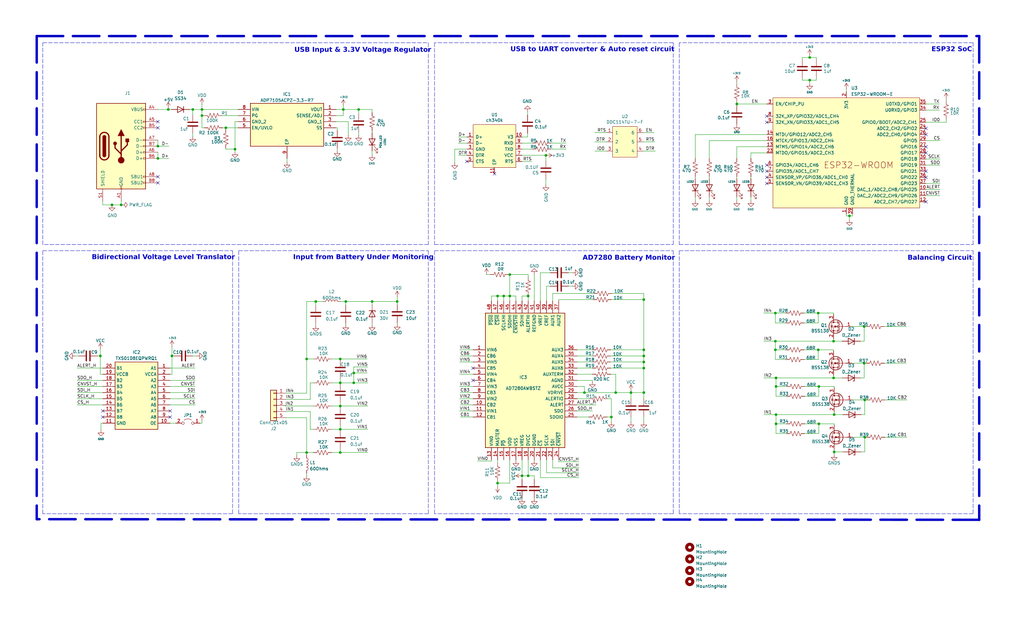
<source format=kicad_sch>
(kicad_sch (version 20230121) (generator eeschema)
  (paper "User" 424.993 262.001)
  (title_block (title "Wireless Battery Monitor") (rev "1.0") (company "Jobit Joseph @ Semicon Media"))
  (lib_symbols
    (symbol "AD7280AWBSTZ:AD7280AWBSTZ"
      (property "Reference" "IC" (at 39.37 20.32 0))
      (property "Value" "AD7280AWBSTZ" (at 39.37 17.78 0))
      (symbol "AD7280AWBSTZ_1_1"
        (pin passive line (at 0 0 0) (length 5.08) (name "VIN6") (number "1"))
        (pin passive line (at 0 -22.86 0) (length 5.08) (name "CB2") (number "10"))
        (pin passive line (at 0 -25.4 0) (length 5.08) (name "VIN1") (number "11"))
        (pin passive line (at 0 -27.94 0) (length 5.08) (name "CB1") (number "12"))
        (pin passive line (at 7.62 -45.72 90) (length 5.08) (name "VIN0") (number "13"))
        (pin passive line (at 10.16 -45.72 90) (length 5.08) (name "MASTER") (number "14"))
        (pin passive line (at 12.7 -45.72 90) (length 5.08) (name "~{PD}") (number "15"))
        (pin passive line (at 15.24 -45.72 90) (length 5.08) (name "VDD") (number "16"))
        (pin passive line (at 17.78 -45.72 90) (length 5.08) (name "VSS") (number "17"))
        (pin passive line (at 20.32 -45.72 90) (length 5.08) (name "VREG") (number "18"))
        (pin passive line (at 22.86 -45.72 90) (length 5.08) (name "DVCC") (number "19"))
        (pin passive line (at 0 -2.54 0) (length 5.08) (name "CB6") (number "2"))
        (pin passive line (at 25.4 -45.72 90) (length 5.08) (name "DGND") (number "20"))
        (pin passive line (at 27.94 -45.72 90) (length 5.08) (name "~{CS}") (number "21"))
        (pin passive line (at 30.48 -45.72 90) (length 5.08) (name "SCLK") (number "22"))
        (pin passive line (at 33.02 -45.72 90) (length 5.08) (name "SDI") (number "23"))
        (pin passive line (at 35.56 -45.72 90) (length 5.08) (name "~{CNVST}") (number "24"))
        (pin passive line (at 43.18 -27.94 180) (length 5.08) (name "SDOIO") (number "25"))
        (pin passive line (at 43.18 -25.4 180) (length 5.08) (name "SDO") (number "26"))
        (pin passive line (at 43.18 -22.86 180) (length 5.08) (name "ALERT") (number "27"))
        (pin passive line (at 43.18 -20.32 180) (length 5.08) (name "ALERTIO") (number "28"))
        (pin passive line (at 43.18 -17.78 180) (length 5.08) (name "VDRIVE") (number "29"))
        (pin passive line (at 0 -5.08 0) (length 5.08) (name "VIN5") (number "3"))
        (pin passive line (at 43.18 -15.24 180) (length 5.08) (name "AVCC") (number "30"))
        (pin passive line (at 43.18 -12.7 180) (length 5.08) (name "AGND") (number "31"))
        (pin passive line (at 43.18 -10.16 180) (length 5.08) (name "AUXTERM") (number "32"))
        (pin passive line (at 43.18 -7.62 180) (length 5.08) (name "AUX6") (number "33"))
        (pin passive line (at 43.18 -5.08 180) (length 5.08) (name "AUX5") (number "34"))
        (pin passive line (at 43.18 -2.54 180) (length 5.08) (name "AUX4") (number "35"))
        (pin passive line (at 43.18 0 180) (length 5.08) (name "AUX3") (number "36"))
        (pin passive line (at 35.56 20.32 270) (length 5.08) (name "AUX2") (number "37"))
        (pin passive line (at 33.02 20.32 270) (length 5.08) (name "AUX1") (number "38"))
        (pin passive line (at 30.48 20.32 270) (length 5.08) (name "CREF") (number "39"))
        (pin passive line (at 0 -7.62 0) (length 5.08) (name "CB5") (number "4"))
        (pin passive line (at 27.94 20.32 270) (length 5.08) (name "VREF") (number "40"))
        (pin passive line (at 25.4 20.32 270) (length 5.08) (name "REFGND") (number "41"))
        (pin passive line (at 22.86 20.32 270) (length 5.08) (name "ALERTHI") (number "42"))
        (pin passive line (at 20.32 20.32 270) (length 5.08) (name "SDIHI") (number "43"))
        (pin passive line (at 17.78 20.32 270) (length 5.08) (name "~{CNVSTHI}") (number "44"))
        (pin passive line (at 15.24 20.32 270) (length 5.08) (name "SDOHI") (number "45"))
        (pin passive line (at 12.7 20.32 270) (length 5.08) (name "SCLKHI") (number "46"))
        (pin passive line (at 10.16 20.32 270) (length 5.08) (name "~{CSHI}") (number "47"))
        (pin passive line (at 7.62 20.32 270) (length 5.08) (name "~{PDHI}") (number "48"))
        (pin passive line (at 0 -10.16 0) (length 5.08) (name "VIN4") (number "5"))
        (pin passive line (at 0 -12.7 0) (length 5.08) (name "CB4") (number "6"))
        (pin passive line (at 0 -15.24 0) (length 5.08) (name "VIN3") (number "7"))
        (pin passive line (at 0 -17.78 0) (length 5.08) (name "CB3") (number "8"))
        (pin passive line (at 0 -20.32 0) (length 5.08) (name "VIN2") (number "9"))
      )
    )
    (symbol "ADP7105ACPZ-3_3-R7:ADP7105ACPZ-3.3-R7"
      (property "Reference" "IC" (at 36.83 7.62 0))
      (property "Value" "ADP7105ACPZ-3.3-R7" (at 36.83 5.08 0))
      (symbol "ADP7105ACPZ-3.3-R7_1_1"
        (pin passive line (at 0 0 0) (length 5.08) (name "VOUT") (number "1"))
        (pin passive line (at 0 -2.54 0) (length 5.08) (name "SENSE/ADJ") (number "2"))
        (pin passive line (at 0 -5.08 0) (length 5.08) (name "GND_1") (number "3"))
        (pin passive line (at 0 -7.62 0) (length 5.08) (name "SS") (number "4"))
        (pin passive line (at 40.64 -7.62 180) (length 5.08) (name "EN/UVLO") (number "5"))
        (pin passive line (at 40.64 -5.08 180) (length 5.08) (name "GND_2") (number "6"))
        (pin passive line (at 40.64 -2.54 180) (length 5.08) (name "PG") (number "7"))
        (pin passive line (at 40.64 0 180) (length 5.08) (name "VIN") (number "8"))
        (pin passive line (at 20.32 -20.32 90) (length 5.08) (name "EP") (number "9"))
      )
    )
    (symbol "Connector_Generic:Conn_01x05" (pin_names (offset 1.016) hide)
      (property "Reference" "J" (at 0 7.62 0))
      (property "Value" "Conn_01x05" (at 0 -7.62 0))
      (symbol "Conn_01x05_1_1"
        (pin passive line (at -5.08 5.08 0) (length 3.81) (name "Pin_1") (number "1"))
        (pin passive line (at -5.08 2.54 0) (length 3.81) (name "Pin_2") (number "2"))
        (pin passive line (at -5.08 0 0) (length 3.81) (name "Pin_3") (number "3"))
        (pin passive line (at -5.08 -2.54 0) (length 3.81) (name "Pin_4") (number "4"))
        (pin passive line (at -5.08 -5.08 0) (length 3.81) (name "Pin_5") (number "5"))
      )
    )
    (symbol "Device:C" (pin_numbers hide) (pin_names (offset 0.254))
      (property "Reference" "C" (at 0.635 2.54 0))
      (property "Value" "C" (at 0.635 -2.54 0))
      (symbol "C_1_1"
        (pin passive line (at 0 3.81 270) (length 2.794) (name "~") (number "1"))
        (pin passive line (at 0 -3.81 90) (length 2.794) (name "~") (number "2"))
      )
    )
    (symbol "Device:D_Zener" (pin_numbers hide) (pin_names (offset 1.016) hide)
      (property "Reference" "D" (at 0 2.54 0))
      (property "Value" "D_Zener" (at 0 -2.54 0))
      (symbol "D_Zener_1_1"
        (pin passive line (at -3.81 0 0) (length 2.54) (name "K") (number "1"))
        (pin passive line (at 3.81 0 180) (length 2.54) (name "A") (number "2"))
      )
    )
    (symbol "Device:L" (pin_numbers hide) (pin_names (offset 1.016) hide)
      (property "Reference" "L" (at -1.27 0 90))
      (property "Value" "L" (at 1.905 0 90))
      (symbol "L_1_1"
        (pin passive line (at 0 3.81 270) (length 1.27) (name "1") (number "1"))
        (pin passive line (at 0 -3.81 90) (length 1.27) (name "2") (number "2"))
      )
    )
    (symbol "Device:LED" (pin_numbers hide) (pin_names (offset 1.016) hide)
      (property "Reference" "D" (at 0 2.54 0))
      (property "Value" "LED" (at 0 -2.54 0))
      (symbol "LED_1_1"
        (pin passive line (at -3.81 0 0) (length 2.54) (name "K") (number "1"))
        (pin passive line (at 3.81 0 180) (length 2.54) (name "A") (number "2"))
      )
    )
    (symbol "Device:R_US" (pin_numbers hide) (pin_names (offset 0))
      (property "Reference" "R" (at 2.54 0 90))
      (property "Value" "R_US" (at -2.54 0 90))
      (symbol "R_US_1_1"
        (pin passive line (at 0 3.81 270) (length 1.27) (name "~") (number "1"))
        (pin passive line (at 0 -3.81 90) (length 1.27) (name "~") (number "2"))
      )
    )
    (symbol "Diode:US1A" (pin_numbers hide) (pin_names (offset 1.016) hide)
      (property "Reference" "D" (at 0 2.54 0))
      (property "Value" "US1A" (at 0 -2.54 0))
      (symbol "US1A_1_1"
        (pin passive line (at -3.81 0 0) (length 2.54) (name "K") (number "1"))
        (pin passive line (at 3.81 0 180) (length 2.54) (name "A") (number "2"))
      )
    )
    (symbol "Espressif:ESP32-WROOM-E" (pin_names (offset 1.016))
      (property "Reference" "U" (at -30.48 27.94 0))
      (property "Value" "ESP32-WROOM-E" (at -30.48 25.4 0))
      (symbol "ESP32-WROOM-E_1_1"
        (text "ESP32-­WROOM­" (at 5.08 -5.08 0) (effects (font (size 2.54 2.54))))
        (pin power_in line (at 0 -25.4 90) (length 2.54) (name "GND") (number "1"))
        (pin bidirectional line (at 33.02 -15.24 180) (length 2.54) (name "DAC_1/ADC2_CH8/GPIO25") (number "10"))
        (pin bidirectional line (at 33.02 -17.78 180) (length 2.54) (name "DAC_2/ADC2_CH9/GPIO26") (number "11"))
        (pin bidirectional line (at 33.02 -20.32 180) (length 2.54) (name "ADC2_CH7/GPIO27") (number "12"))
        (pin bidirectional line (at -33.02 2.54 0) (length 2.54) (name "MTMS/GPIO14/ADC2_CH6") (number "13"))
        (pin bidirectional line (at -33.02 7.62 0) (length 2.54) (name "MTDI/GPIO12/ADC2_CH5") (number "14"))
        (pin passive line (at 0 -25.4 90) (length 2.54) hide (name "GND") (number "15"))
        (pin bidirectional line (at -33.02 5.08 0) (length 2.54) (name "MTCK/GPIO13/ADC2_CH4") (number "16"))
        (pin power_in line (at 0 25.4 270) (length 2.54) (name "3V3") (number "2"))
        (pin bidirectional line (at -33.02 0 0) (length 2.54) (name "MTDO/GPIO15/ADC2_CH3") (number "23"))
        (pin bidirectional line (at 33.02 10.16 180) (length 2.54) (name "ADC2_CH2/GPIO2") (number "24"))
        (pin bidirectional line (at 33.02 12.7 180) (length 2.54) (name "GPIO0/BOOT/ADC2_CH1") (number "25"))
        (pin bidirectional line (at 33.02 7.62 180) (length 2.54) (name "ADC2_CH0/GPIO4") (number "26"))
        (pin bidirectional line (at 33.02 2.54 180) (length 2.54) (name "GPIO16") (number "27"))
        (pin bidirectional line (at 33.02 0 180) (length 2.54) (name "GPIO17") (number "28"))
        (pin bidirectional line (at 33.02 5.08 180) (length 2.54) (name "GPIO5") (number "29"))
        (pin input line (at -33.02 20.32 0) (length 2.54) (name "EN/CHIP_PU") (number "3"))
        (pin bidirectional line (at 33.02 -2.54 180) (length 2.54) (name "GPIO18") (number "30"))
        (pin bidirectional line (at 33.02 -5.08 180) (length 2.54) (name "GPIO19") (number "31"))
        (pin bidirectional line (at 33.02 -7.62 180) (length 2.54) (name "GPIO21") (number "33"))
        (pin bidirectional line (at 33.02 17.78 180) (length 2.54) (name "U0RXD/GPIO3") (number "34"))
        (pin bidirectional line (at 33.02 20.32 180) (length 2.54) (name "U0TXD/GPIO1") (number "35"))
        (pin bidirectional line (at 33.02 -10.16 180) (length 2.54) (name "GPIO22") (number "36"))
        (pin bidirectional line (at 33.02 -12.7 180) (length 2.54) (name "GPIO23") (number "37"))
        (pin passive line (at 0 -25.4 90) (length 2.54) hide (name "GND") (number "38"))
        (pin power_in line (at 2.54 -25.4 90) (length 2.54) (name "GND_THERMAL") (number "39"))
        (pin input line (at -33.02 -10.16 0) (length 2.54) (name "SENSOR_VP/GPIO36/ADC1_CH0") (number "4"))
        (pin input line (at -33.02 -12.7 0) (length 2.54) (name "SENSOR_VN/GPIO39/ADC1_CH3") (number "5"))
        (pin input line (at -33.02 -5.08 0) (length 2.54) (name "GPIO34/ADC1_CH6") (number "6"))
        (pin input line (at -33.02 -7.62 0) (length 2.54) (name "GPIO35/ADC1_CH7") (number "7"))
        (pin bidirectional line (at -33.02 15.24 0) (length 2.54) (name "32K_XP/GPIO32/ADC1_CH4") (number "8"))
        (pin bidirectional line (at -33.02 12.7 0) (length 2.54) (name "32K_XN/GPIO33/ADC1_CH5") (number "9"))
      )
    )
    (symbol "Jumper:Jumper_2_Open" (pin_names (offset 0) hide)
      (property "Reference" "JP" (at 0 2.794 0))
      (property "Value" "Jumper_2_Open" (at 0 -2.286 0))
      (symbol "Jumper_2_Open_1_1"
        (pin passive line (at -5.08 0 0) (length 2.54) (name "A") (number "1"))
        (pin passive line (at 5.08 0 180) (length 2.54) (name "B") (number "2"))
      )
    )
    (symbol "Mechanical:MountingHole" (pin_names (offset 1.016))
      (property "Reference" "H" (at 0 5.08 0))
      (property "Value" "MountingHole" (at 0 3.175 0))
    )
    (symbol "TXS0108EQPWRQ1:TXS0108EQPWRQ1"
      (property "Reference" "IC" (at 24.13 7.62 0))
      (property "Value" "TXS0108EQPWRQ1" (at 24.13 5.08 0))
      (symbol "TXS0108EQPWRQ1_1_1"
        (pin bidirectional line (at 0 0 0) (length 5.08) (name "A1") (number "1"))
        (pin input line (at 0 -22.86 0) (length 5.08) (name "OE") (number "10"))
        (pin power_in line (at 27.94 -22.86 180) (length 5.08) (name "GND") (number "11"))
        (pin bidirectional line (at 27.94 -20.32 180) (length 5.08) (name "B8") (number "12"))
        (pin bidirectional line (at 27.94 -17.78 180) (length 5.08) (name "B7") (number "13"))
        (pin bidirectional line (at 27.94 -15.24 180) (length 5.08) (name "B6") (number "14"))
        (pin bidirectional line (at 27.94 -12.7 180) (length 5.08) (name "B5") (number "15"))
        (pin bidirectional line (at 27.94 -10.16 180) (length 5.08) (name "B4") (number "16"))
        (pin bidirectional line (at 27.94 -7.62 180) (length 5.08) (name "B3") (number "17"))
        (pin bidirectional line (at 27.94 -5.08 180) (length 5.08) (name "B2") (number "18"))
        (pin power_in line (at 27.94 -2.54 180) (length 5.08) (name "VCCB") (number "19"))
        (pin power_in line (at 0 -2.54 0) (length 5.08) (name "VCCA") (number "2"))
        (pin bidirectional line (at 27.94 0 180) (length 5.08) (name "B1") (number "20"))
        (pin bidirectional line (at 0 -5.08 0) (length 5.08) (name "A2") (number "3"))
        (pin bidirectional line (at 0 -7.62 0) (length 5.08) (name "A3") (number "4"))
        (pin bidirectional line (at 0 -10.16 0) (length 5.08) (name "A4") (number "5"))
        (pin bidirectional line (at 0 -12.7 0) (length 5.08) (name "A5") (number "6"))
        (pin bidirectional line (at 0 -15.24 0) (length 5.08) (name "A6") (number "7"))
        (pin bidirectional line (at 0 -17.78 0) (length 5.08) (name "A7") (number "8"))
        (pin bidirectional line (at 0 -20.32 0) (length 5.08) (name "A8") (number "9"))
      )
    )
    (symbol "Transistor_FET:BSS138" (pin_names hide)
      (property "Reference" "Q" (at 5.08 1.905 0))
      (property "Value" "BSS138" (at 5.08 0 0))
      (symbol "BSS138_1_1"
        (pin input line (at -5.08 0 0) (length 2.54) (name "G") (number "1"))
        (pin passive line (at 2.54 -5.08 90) (length 2.54) (name "S") (number "2"))
        (pin passive line (at 2.54 5.08 270) (length 2.54) (name "D") (number "3"))
      )
    )
    (symbol "downloader-rescue:DDC114TU-7-F-my" (pin_names (offset 1.016))
      (property "Reference" "U3" (at 0 10.541 0))
      (property "Value" "DDC114TU-7-F" (at 0 8.2296 0))
      (symbol "DDC114TU-7-F-my_1_1"
        (pin passive line (at -7.62 3.81 0) (length 2.54) (name "1") (number "1"))
        (pin passive line (at -7.62 0 0) (length 2.54) (name "2") (number "2"))
        (pin passive line (at -7.62 -3.81 0) (length 2.54) (name "3") (number "3"))
        (pin passive line (at 7.62 -3.81 180) (length 2.54) (name "4") (number "4"))
        (pin passive line (at 7.62 0 180) (length 2.54) (name "5") (number "5"))
        (pin passive line (at 7.62 3.81 180) (length 2.54) (name "6") (number "6"))
      )
    )
    (symbol "downloader-rescue:USB_C_Receptacle_USB2.0-Connector" (pin_names (offset 1.016))
      (property "Reference" "J" (at -10.16 19.05 0))
      (property "Value" "USB_C_Receptacle_USB2.0-Connector" (at 19.05 19.05 0))
      (symbol "USB_C_Receptacle_USB2.0-Connector_1_1"
        (pin power_in line (at 0 -22.86 90) (length 5.08) (name "GND") (number "A1"))
        (pin passive line (at 0 -22.86 90) (length 5.08) hide (name "GND") (number "A12"))
        (pin power_in line (at 15.24 15.24 180) (length 5.08) (name "VBUS") (number "A4"))
        (pin bidirectional line (at 15.24 10.16 180) (length 5.08) (name "CC1") (number "A5"))
        (pin bidirectional line (at 15.24 -2.54 180) (length 5.08) (name "D+") (number "A6"))
        (pin bidirectional line (at 15.24 2.54 180) (length 5.08) (name "D-") (number "A7"))
        (pin bidirectional line (at 15.24 -12.7 180) (length 5.08) (name "SBU1") (number "A8"))
        (pin passive line (at 15.24 15.24 180) (length 5.08) hide (name "VBUS") (number "A9"))
        (pin passive line (at 0 -22.86 90) (length 5.08) hide (name "GND") (number "B1"))
        (pin passive line (at 0 -22.86 90) (length 5.08) hide (name "GND") (number "B12"))
        (pin passive line (at 15.24 15.24 180) (length 5.08) hide (name "VBUS") (number "B4"))
        (pin bidirectional line (at 15.24 7.62 180) (length 5.08) (name "CC2") (number "B5"))
        (pin bidirectional line (at 15.24 -5.08 180) (length 5.08) (name "D+") (number "B6"))
        (pin bidirectional line (at 15.24 0 180) (length 5.08) (name "D-") (number "B7"))
        (pin bidirectional line (at 15.24 -15.24 180) (length 5.08) (name "SBU2") (number "B8"))
        (pin passive line (at 15.24 15.24 180) (length 5.08) hide (name "VBUS") (number "B9"))
        (pin passive line (at -7.62 -22.86 90) (length 5.08) (name "SHIELD") (number "S1"))
      )
    )
    (symbol "downloader-rescue:ch340k-my" (pin_names (offset 1.016))
      (property "Reference" "U2" (at 0 13.081 0))
      (property "Value" "ch340k" (at 0 10.7696 0))
      (symbol "ch340k-my_1_1"
        (pin passive line (at -11.43 3.81 0) (length 2.54) (name "D+") (number "1"))
        (pin passive line (at 11.43 3.81 180) (length 2.54) (name "V3") (number "10"))
        (pin input line (at 0 -11.43 90) (length 2.54) (name "EP") (number "11"))
        (pin passive line (at -11.43 1.27 0) (length 2.54) (name "D-") (number "2"))
        (pin passive line (at -11.43 -1.27 0) (length 2.54) (name "GND") (number "3"))
        (pin passive line (at -11.43 -3.81 0) (length 2.54) (name "DTR") (number "4"))
        (pin passive line (at -11.43 -6.35 0) (length 2.54) (name "CTS") (number "5"))
        (pin passive line (at 11.43 -6.35 180) (length 2.54) (name "RTS") (number "6"))
        (pin passive line (at 11.43 -3.81 180) (length 2.54) (name "VCC") (number "7"))
        (pin passive line (at 11.43 -1.27 180) (length 2.54) (name "TXD") (number "8"))
        (pin passive line (at 11.43 1.27 180) (length 2.54) (name "RXD") (number "9"))
      )
    )
    (symbol "power:+3V3" (power) (pin_names (offset 0))
      (property "Value" "+3V3" (at 0 3.556 0))
      (symbol "+3V3_1_1"
        (pin power_in line (at 0 0 90) (length 0) hide (name "+3V3") (number "1"))
      )
    )
    (symbol "power:+5V" (power) (pin_names (offset 0))
      (property "Value" "+5V" (at 0 3.556 0))
      (symbol "+5V_1_1"
        (pin power_in line (at 0 0 90) (length 0) hide (name "+5V") (number "1"))
      )
    )
    (symbol "power:GND" (power) (pin_names (offset 0))
      (property "Value" "GND" (at 0 -3.81 0))
      (symbol "GND_1_1"
        (pin power_in line (at 0 0 270) (length 0) hide (name "GND") (number "1"))
      )
    )
    (symbol "power:GNDS" (power) (pin_names (offset 0))
      (property "Value" "GNDS" (at 0 -3.81 0))
      (symbol "GNDS_1_1"
        (pin power_in line (at 0 0 270) (length 0) hide (name "GNDS") (number "1"))
      )
    )
    (symbol "power:PWR_FLAG" (power) (pin_numbers hide) (pin_names (offset 0) hide)
      (property "Value" "PWR_FLAG" (at 0 3.81 0))
      (symbol "PWR_FLAG_0_0"
        (pin power_out line (at 0 0 90) (length 0) (name "pwr") (number "1"))
      )
    )
    (symbol "power:VCC" (power) (pin_names (offset 0))
      (property "Value" "VCC" (at 0 3.81 0))
      (symbol "VCC_1_1"
        (pin power_in line (at 0 0 90) (length 0) hide (name "VCC") (number "1"))
      )
    )
    (symbol "power:VDD" (power) (pin_names (offset 0))
      (property "Value" "VDD" (at 0 3.81 0))
      (symbol "VDD_1_1"
        (pin power_in line (at 0 0 90) (length 0) hide (name "VDD") (number "1"))
      )
    )
  )
  (junction (at 267.208 145.288))
  (junction (at 211.582 114.046))
  (junction (at 83.82 45.466))
  (junction (at 322.072 160.528))
  (junction (at 339.598 145.288))
  (junction (at 321.818 130.048))
  (junction (at 352.552 89.662))
  (junction (at 142.494 45.466))
  (junction (at 83.82 48.006))
  (junction (at 46.482 85.09))
  (junction (at 216.662 197.612))
  (junction (at 127.254 149.098))
  (junction (at 206.502 122.936))
  (junction (at 346.202 172.212))
  (junction (at 50.292 85.09))
  (junction (at 148.844 45.466))
  (junction (at 219.202 197.612))
  (junction (at 141.224 149.098))
  (junction (at 358.902 181.61))
  (junction (at 143.51 125.222))
  (junction (at 69.85 45.466))
  (junction (at 93.726 53.086))
  (junction (at 321.818 145.288))
  (junction (at 146.812 154.94))
  (junction (at 267.208 152.908))
  (junction (at 336.042 23.876))
  (junction (at 65.532 65.786))
  (junction (at 146.812 159.004))
  (junction (at 127.254 187.96))
  (junction (at 141.224 178.308))
  (junction (at 339.852 176.022))
  (junction (at 345.948 141.732))
  (junction (at 253.746 173.228))
  (junction (at 267.208 163.068))
  (junction (at 97.536 61.976))
  (junction (at 65.532 60.706))
  (junction (at 80.01 45.466))
  (junction (at 164.846 125.222))
  (junction (at 305.816 43.18))
  (junction (at 267.208 124.46))
  (junction (at 141.224 168.656))
  (junction (at 322.072 172.212))
  (junction (at 211.582 122.936))
  (junction (at 261.874 163.068))
  (junction (at 336.042 33.274))
  (junction (at 219.202 122.936))
  (junction (at 226.568 64.516))
  (junction (at 131.064 125.222))
  (junction (at 267.208 150.368))
  (junction (at 322.072 176.022))
  (junction (at 267.208 147.828))
  (junction (at 358.648 150.876))
  (junction (at 346.202 187.706))
  (junction (at 339.598 130.048))
  (junction (at 255.524 163.068))
  (junction (at 321.818 141.732))
  (junction (at 242.57 163.068))
  (junction (at 206.502 200.66))
  (junction (at 141.224 159.004))
  (junction (at 141.224 187.96))
  (junction (at 154.432 125.222))
  (junction (at 358.648 135.636))
  (junction (at 345.948 156.972))
  (junction (at 71.374 147.828))
  (junction (at 358.902 166.116))
  (junction (at 209.042 122.936))
  (junction (at 339.852 160.528))
  (junction (at 322.072 156.972))
  (junction (at 41.656 147.828))
  (no_connect (at 205.232 72.136))
  (no_connect (at 318.262 68.58))
  (no_connect (at 70.612 173.228))
  (no_connect (at 70.612 170.688))
  (no_connect (at 318.262 76.2))
  (no_connect (at 65.532 73.406))
  (no_connect (at 384.302 63.5))
  (no_connect (at 384.302 71.12))
  (no_connect (at 65.532 53.086))
  (no_connect (at 42.672 173.228))
  (no_connect (at 193.802 67.056))
  (no_connect (at 318.262 48.26))
  (no_connect (at 384.302 73.66))
  (no_connect (at 42.672 170.688))
  (no_connect (at 318.262 50.8))
  (no_connect (at 196.342 152.908))
  (no_connect (at 384.302 83.82))
  (no_connect (at 384.302 53.34))
  (no_connect (at 384.302 55.88))
  (no_connect (at 318.262 73.66))
  (no_connect (at 65.532 50.546))
  (no_connect (at 318.262 71.12))
  (no_connect (at 384.302 60.96))
  (no_connect (at 196.342 157.988))
  (no_connect (at 65.532 75.946))
  (wire (pts (xy 322.072 160.528) (xy 322.072 164.592)))
  (wire (pts (xy 139.954 53.086) (xy 139.446 53.086)))
  (wire (pts (xy 190.754 160.528) (xy 196.342 160.528)))
  (wire (pts (xy 216.662 59.436) (xy 220.98 59.436)))
  (polyline (pts (xy 17.78 101.6) (xy 17.78 17.78)) (stroke (width 0) (type dash)))
  (wire (pts (xy 332.994 33.274) (xy 336.042 33.274)))
  (wire (pts (xy 288.544 55.88) (xy 318.262 55.88)))
  (wire (pts (xy 321.818 130.048) (xy 321.818 134.112)))
  (wire (pts (xy 349.504 156.972) (xy 345.948 156.972)))
  (wire (pts (xy 237.49 118.872) (xy 235.966 118.872)))
  (wire (pts (xy 118.364 168.656) (xy 130.048 168.656)))
  (wire (pts (xy 242.57 163.068) (xy 255.524 163.068)))
  (wire (pts (xy 237.49 113.284) (xy 235.966 113.284)))
  (wire (pts (xy 65.532 65.786) (xy 70.104 65.786)))
  (wire (pts (xy 118.618 170.942) (xy 128.778 170.942)))
  (wire (pts (xy 294.386 81.788) (xy 294.386 83.312)))
  (wire (pts (xy 141.224 187.96) (xy 152.654 187.96)))
  (wire (pts (xy 71.374 147.828) (xy 71.374 144.018)))
  (wire (pts (xy 390.144 66.04) (xy 384.302 66.04)))
  (wire (pts (xy 209.042 122.936) (xy 206.502 122.936)))
  (wire (pts (xy 346.202 161.036) (xy 346.202 160.528)))
  (wire (pts (xy 32.004 168.148) (xy 42.672 168.148)))
  (wire (pts (xy 211.582 191.008) (xy 211.582 200.66)))
  (wire (pts (xy 255.524 163.068) (xy 261.874 163.068)))
  (wire (pts (xy 231.902 191.77) (xy 231.902 191.008)))
  (wire (pts (xy 206.502 122.936) (xy 206.502 124.968)))
  (wire (pts (xy 288.544 73.406) (xy 288.544 74.168)))
  (wire (pts (xy 261.874 162.306) (xy 261.874 163.068)))
  (wire (pts (xy 332.994 32.258) (xy 332.994 33.274)))
  (wire (pts (xy 336.042 33.274) (xy 338.836 33.274)))
  (polyline (pts (xy 281.94 101.6) (xy 403.86 101.6)) (stroke (width 0) (type dash)))
  (wire (pts (xy 146.812 154.94) (xy 152.4 154.94)))
  (wire (pts (xy 41.656 147.828) (xy 41.656 155.448)))
  (wire (pts (xy 127.254 125.222) (xy 127.254 149.098)))
  (polyline (pts (xy 279.4 104.14) (xy 279.4 213.36)) (stroke (width 0) (type dash)))
  (wire (pts (xy 190.754 150.368) (xy 196.342 150.368)))
  (polyline (pts (xy 403.86 101.6) (xy 403.86 17.78)) (stroke (width 0) (type dash)))
  (wire (pts (xy 358.902 187.706) (xy 358.902 181.61)))
  (wire (pts (xy 164.846 134.62) (xy 164.846 134.112)))
  (wire (pts (xy 214.122 124.968) (xy 214.122 122.936)))
  (wire (pts (xy 83.82 43.434) (xy 83.82 45.466)))
  (wire (pts (xy 216.662 61.976) (xy 220.98 61.976)))
  (wire (pts (xy 41.656 155.448) (xy 42.672 155.448)))
  (wire (pts (xy 346.202 187.706) (xy 346.202 186.69)))
  (wire (pts (xy 266.954 55.118) (xy 271.526 55.118)))
  (wire (pts (xy 118.618 163.322) (xy 127.254 163.322)))
  (wire (pts (xy 139.446 48.006) (xy 142.494 48.006)))
  (wire (pts (xy 358.902 166.116) (xy 359.664 166.116)))
  (wire (pts (xy 322.072 172.212) (xy 322.072 176.022)))
  (wire (pts (xy 83.82 53.086) (xy 84.836 53.086)))
  (wire (pts (xy 65.532 58.166) (xy 65.532 60.706)))
  (wire (pts (xy 357.124 141.732) (xy 358.648 141.732)))
  (polyline (pts (xy 17.78 17.78) (xy 177.8 17.78)) (stroke (width 0) (type dash)))
  (wire (pts (xy 123.19 189.23) (xy 123.19 187.96)))
  (wire (pts (xy 261.874 163.068) (xy 261.874 165.608)))
  (wire (pts (xy 253.492 147.828) (xy 267.208 147.828)))
  (wire (pts (xy 322.072 164.592) (xy 326.39 164.592)))
  (wire (pts (xy 191.008 147.828) (xy 196.342 147.828)))
  (wire (pts (xy 148.844 45.466) (xy 148.844 47.244)))
  (wire (pts (xy 141.224 167.132) (xy 141.224 168.656)))
  (wire (pts (xy 144.526 50.546) (xy 144.526 56.134)))
  (wire (pts (xy 127.254 197.612) (xy 127.254 196.596)))
  (polyline (pts (xy 281.94 104.14) (xy 403.86 104.14)) (stroke (width 0) (type dash)))
  (wire (pts (xy 384.302 50.8) (xy 392.684 50.8)))
  (wire (pts (xy 389.89 45.72) (xy 384.302 45.72)))
  (wire (pts (xy 127.254 149.098) (xy 130.048 149.098)))
  (wire (pts (xy 253.492 145.288) (xy 267.208 145.288)))
  (wire (pts (xy 224.282 113.284) (xy 228.346 113.284)))
  (polyline (pts (xy 281.94 213.36) (xy 281.94 104.14)) (stroke (width 0) (type dash)))
  (wire (pts (xy 245.872 152.908) (xy 239.522 152.908)))
  (wire (pts (xy 32.004 160.528) (xy 42.672 160.528)))
  (wire (pts (xy 141.224 178.308) (xy 152.654 178.308)))
  (wire (pts (xy 358.648 135.636) (xy 359.41 135.636)))
  (wire (pts (xy 390.144 76.2) (xy 384.302 76.2)))
  (polyline (pts (xy 177.8 17.78) (xy 177.8 101.6)) (stroke (width 0) (type dash)))
  (wire (pts (xy 154.432 62.738) (xy 154.432 64.262)))
  (wire (pts (xy 218.948 55.372) (xy 218.948 56.896)))
  (wire (pts (xy 226.568 74.422) (xy 226.568 76.708)))
  (wire (pts (xy 164.846 123.444) (xy 164.846 125.222)))
  (polyline (pts (xy 403.86 104.14) (xy 403.86 213.36)) (stroke (width 0) (type dash)))
  (wire (pts (xy 191.008 173.228) (xy 196.342 173.228)))
  (wire (pts (xy 339.598 134.112) (xy 333.756 134.112)))
  (wire (pts (xy 234.95 61.976) (xy 228.6 61.976)))
  (polyline (pts (xy 406.4 215.9) (xy 15.24 215.646)) (stroke (width 1) (type dash)))
  (wire (pts (xy 203.454 114.046) (xy 201.93 114.046)))
  (wire (pts (xy 305.816 34.036) (xy 305.816 34.798)))
  (wire (pts (xy 267.208 165.608) (xy 267.208 163.068)))
  (wire (pts (xy 81.534 147.828) (xy 80.01 147.828)))
  (wire (pts (xy 231.902 124.968) (xy 231.902 124.46)))
  (wire (pts (xy 333.756 145.288) (xy 339.598 145.288)))
  (wire (pts (xy 83.82 48.006) (xy 83.82 53.086)))
  (wire (pts (xy 266.954 62.738) (xy 272.034 62.738)))
  (wire (pts (xy 346.202 172.212) (xy 322.072 172.212)))
  (wire (pts (xy 146.812 154.94) (xy 146.812 159.004)))
  (wire (pts (xy 353.822 181.61) (xy 358.902 181.61)))
  (wire (pts (xy 358.902 181.61) (xy 359.664 181.61)))
  (wire (pts (xy 214.122 122.936) (xy 211.582 122.936)))
  (polyline (pts (xy 99.06 104.14) (xy 177.8 104.14)) (stroke (width 0) (type dash)))
  (wire (pts (xy 190.754 170.688) (xy 196.342 170.688)))
  (wire (pts (xy 305.816 73.406) (xy 305.816 74.168)))
  (wire (pts (xy 311.658 81.788) (xy 311.658 83.312)))
  (wire (pts (xy 326.136 130.048) (xy 321.818 130.048)))
  (wire (pts (xy 71.374 155.448) (xy 71.374 147.828)))
  (wire (pts (xy 224.282 191.008) (xy 224.282 198.374)))
  (wire (pts (xy 239.522 157.988) (xy 245.872 157.988)))
  (polyline (pts (xy 99.06 213.36) (xy 99.06 104.14)) (stroke (width 0) (type dash)))
  (wire (pts (xy 239.522 160.528) (xy 242.57 160.528)))
  (wire (pts (xy 245.872 155.448) (xy 239.522 155.448)))
  (wire (pts (xy 141.224 157.226) (xy 141.224 159.004)))
  (wire (pts (xy 345.948 141.732) (xy 345.948 140.716)))
  (wire (pts (xy 294.386 58.42) (xy 294.386 65.786)))
  (wire (pts (xy 247.396 168.148) (xy 239.522 168.148)))
  (wire (pts (xy 65.532 60.706) (xy 70.104 60.706)))
  (wire (pts (xy 389.89 43.18) (xy 384.302 43.18)))
  (wire (pts (xy 141.224 149.098) (xy 141.224 149.606)))
  (wire (pts (xy 137.668 168.656) (xy 141.224 168.656)))
  (polyline (pts (xy 96.52 213.36) (xy 17.78 213.36)) (stroke (width 0) (type dash)))
  (wire (pts (xy 137.668 149.098) (xy 141.224 149.098)))
  (polyline (pts (xy 15.24 14.986) (xy 406.4 14.986)) (stroke (width 1) (type dash)))
  (wire (pts (xy 376.174 135.636) (xy 367.03 135.636)))
  (wire (pts (xy 216.662 206.756) (xy 216.662 207.01)))
  (wire (pts (xy 137.668 159.004) (xy 141.224 159.004)))
  (wire (pts (xy 346.202 160.528) (xy 339.852 160.528)))
  (wire (pts (xy 98.806 50.546) (xy 97.536 50.546)))
  (wire (pts (xy 206.502 200.66) (xy 211.582 200.66)))
  (wire (pts (xy 81.026 157.988) (xy 70.612 157.988)))
  (wire (pts (xy 219.202 122.682) (xy 219.202 122.936)))
  (wire (pts (xy 351.282 89.662) (xy 352.552 89.662)))
  (wire (pts (xy 228.6 59.436) (xy 234.95 59.436)))
  (wire (pts (xy 338.836 23.876) (xy 338.836 24.638)))
  (wire (pts (xy 211.582 122.936) (xy 211.582 124.968)))
  (wire (pts (xy 349.504 141.732) (xy 345.948 141.732)))
  (wire (pts (xy 339.852 180.086) (xy 334.01 180.086)))
  (wire (pts (xy 253.746 124.46) (xy 267.208 124.46)))
  (wire (pts (xy 253.492 152.908) (xy 267.208 152.908)))
  (polyline (pts (xy 15.24 14.986) (xy 15.24 215.646)) (stroke (width 1) (type dash)))
  (wire (pts (xy 137.668 178.308) (xy 141.224 178.308)))
  (wire (pts (xy 216.662 67.056) (xy 220.726 67.056)))
  (wire (pts (xy 221.742 206.756) (xy 221.742 207.01)))
  (wire (pts (xy 41.656 145.034) (xy 41.656 147.828)))
  (wire (pts (xy 154.432 126.492) (xy 154.432 125.222)))
  (wire (pts (xy 321.818 145.288) (xy 321.818 149.352)))
  (wire (pts (xy 338.836 33.274) (xy 338.836 32.258)))
  (wire (pts (xy 224.282 113.284) (xy 224.282 124.968)))
  (wire (pts (xy 139.954 54.102) (xy 139.954 53.086)))
  (wire (pts (xy 339.598 145.288) (xy 339.598 149.352)))
  (wire (pts (xy 81.026 168.148) (xy 70.612 168.148)))
  (wire (pts (xy 83.82 45.466) (xy 83.82 48.006)))
  (wire (pts (xy 267.208 152.908) (xy 267.208 163.068)))
  (wire (pts (xy 358.648 156.972) (xy 358.648 150.876)))
  (wire (pts (xy 31.242 147.828) (xy 32.766 147.828)))
  (polyline (pts (xy 281.94 17.78) (xy 281.94 101.6)) (stroke (width 0) (type dash)))
  (wire (pts (xy 143.51 134.874) (xy 143.51 134.366)))
  (wire (pts (xy 231.902 124.46) (xy 246.126 124.46)))
  (wire (pts (xy 32.004 163.068) (xy 42.672 163.068)))
  (wire (pts (xy 93.726 53.086) (xy 98.806 53.086)))
  (wire (pts (xy 305.816 43.18) (xy 318.262 43.18)))
  (wire (pts (xy 146.812 152.4) (xy 146.812 154.94)))
  (wire (pts (xy 351.282 88.9) (xy 351.282 89.662)))
  (wire (pts (xy 142.494 45.466) (xy 148.844 45.466)))
  (wire (pts (xy 40.386 147.828) (xy 41.656 147.828)))
  (wire (pts (xy 316.992 141.732) (xy 321.818 141.732)))
  (wire (pts (xy 322.072 180.086) (xy 326.39 180.086)))
  (wire (pts (xy 357.124 156.972) (xy 358.648 156.972)))
  (wire (pts (xy 311.658 63.5) (xy 311.658 65.786)))
  (wire (pts (xy 143.51 125.222) (xy 141.478 125.222)))
  (wire (pts (xy 318.262 60.96) (xy 305.816 60.96)))
  (wire (pts (xy 339.598 149.352) (xy 333.756 149.352)))
  (wire (pts (xy 353.822 89.662) (xy 353.822 88.9)))
  (wire (pts (xy 316.992 130.048) (xy 321.818 130.048)))
  (wire (pts (xy 390.144 78.74) (xy 384.302 78.74)))
  (wire (pts (xy 127.254 163.322) (xy 127.254 149.098)))
  (wire (pts (xy 80.01 45.466) (xy 83.82 45.466)))
  (wire (pts (xy 32.004 152.908) (xy 42.672 152.908)))
  (wire (pts (xy 119.126 67.31) (xy 119.126 65.786)))
  (wire (pts (xy 267.208 121.92) (xy 254 121.92)))
  (wire (pts (xy 137.668 187.96) (xy 141.224 187.96)))
  (wire (pts (xy 246.38 121.92) (xy 229.362 121.92)))
  (wire (pts (xy 193.802 64.516) (xy 190.246 64.516)))
  (wire (pts (xy 128.778 159.004) (xy 130.048 159.004)))
  (wire (pts (xy 154.432 45.466) (xy 148.844 45.466)))
  (wire (pts (xy 339.598 130.048) (xy 339.598 134.112)))
  (wire (pts (xy 376.428 181.61) (xy 367.284 181.61)))
  (wire (pts (xy 72.898 175.768) (xy 70.612 175.768)))
  (wire (pts (xy 345.948 145.796) (xy 345.948 145.288)))
  (wire (pts (xy 353.568 150.876) (xy 358.648 150.876)))
  (wire (pts (xy 92.202 48.006) (xy 98.806 48.006)))
  (wire (pts (xy 305.816 42.418) (xy 305.816 43.18)))
  (wire (pts (xy 92.456 53.086) (xy 93.726 53.086)))
  (wire (pts (xy 146.812 159.004) (xy 152.654 159.004)))
  (polyline (pts (xy 96.52 104.14) (xy 96.52 213.36)) (stroke (width 0) (type dash)))
  (wire (pts (xy 193.802 61.976) (xy 188.722 61.976)))
  (wire (pts (xy 50.292 83.566) (xy 50.292 85.09)))
  (wire (pts (xy 190.754 155.448) (xy 196.342 155.448)))
  (wire (pts (xy 253.746 165.608) (xy 253.746 173.228)))
  (wire (pts (xy 376.174 150.876) (xy 367.03 150.876)))
  (wire (pts (xy 316.992 156.972) (xy 322.072 156.972)))
  (wire (pts (xy 318.262 63.5) (xy 311.658 63.5)))
  (polyline (pts (xy 17.78 213.36) (xy 17.78 104.14)) (stroke (width 0) (type dash)))
  (wire (pts (xy 305.816 60.96) (xy 305.816 65.786)))
  (wire (pts (xy 251.714 62.738) (xy 246.888 62.738)))
  (wire (pts (xy 211.582 114.046) (xy 211.582 122.936)))
  (wire (pts (xy 78.74 45.466) (xy 80.01 45.466)))
  (wire (pts (xy 141.224 176.784) (xy 141.224 178.308)))
  (polyline (pts (xy 180.34 104.14) (xy 279.4 104.14)) (stroke (width 0) (type dash)))
  (wire (pts (xy 32.004 165.608) (xy 42.672 165.608)))
  (wire (pts (xy 209.042 124.968) (xy 209.042 122.936)))
  (wire (pts (xy 221.742 197.612) (xy 221.742 199.136)))
  (wire (pts (xy 345.948 130.048) (xy 339.598 130.048)))
  (wire (pts (xy 127.254 173.482) (xy 127.254 187.96)))
  (wire (pts (xy 42.672 175.768) (xy 41.91 175.768)))
  (wire (pts (xy 294.386 73.406) (xy 294.386 74.168)))
  (wire (pts (xy 139.446 45.466) (xy 142.494 45.466)))
  (wire (pts (xy 41.91 175.768) (xy 41.91 178.562)))
  (wire (pts (xy 214.122 191.262) (xy 214.122 191.008)))
  (wire (pts (xy 267.208 147.828) (xy 267.208 150.368)))
  (wire (pts (xy 97.536 61.976) (xy 97.536 62.992)))
  (wire (pts (xy 211.582 122.936) (xy 209.042 122.936)))
  (wire (pts (xy 146.812 152.4) (xy 152.654 152.4)))
  (wire (pts (xy 190.754 165.608) (xy 196.342 165.608)))
  (wire (pts (xy 50.292 85.09) (xy 46.482 85.09)))
  (wire (pts (xy 127.254 173.482) (xy 118.618 173.482)))
  (wire (pts (xy 216.662 197.612) (xy 219.202 197.612)))
  (wire (pts (xy 218.948 47.752) (xy 218.948 46.482)))
  (wire (pts (xy 32.004 157.988) (xy 42.672 157.988)))
  (wire (pts (xy 42.672 85.09) (xy 46.482 85.09)))
  (wire (pts (xy 164.846 125.222) (xy 154.432 125.222)))
  (wire (pts (xy 193.802 56.896) (xy 190.246 56.896)))
  (wire (pts (xy 294.386 58.42) (xy 318.262 58.42)))
  (wire (pts (xy 80.01 56.642) (xy 80.01 55.372)))
  (wire (pts (xy 70.612 155.448) (xy 71.374 155.448)))
  (wire (pts (xy 139.954 61.722) (xy 139.954 62.484)))
  (wire (pts (xy 339.852 164.592) (xy 334.01 164.592)))
  (wire (pts (xy 221.742 114.046) (xy 221.742 124.968)))
  (wire (pts (xy 253.492 150.368) (xy 267.208 150.368)))
  (wire (pts (xy 219.202 114.046) (xy 211.582 114.046)))
  (wire (pts (xy 251.714 58.928) (xy 246.888 58.928)))
  (wire (pts (xy 164.846 126.492) (xy 164.846 125.222)))
  (wire (pts (xy 81.026 152.908) (xy 70.612 152.908)))
  (wire (pts (xy 141.224 159.004) (xy 146.812 159.004)))
  (wire (pts (xy 345.948 156.972) (xy 322.072 156.972)))
  (wire (pts (xy 42.672 83.566) (xy 42.672 85.09)))
  (wire (pts (xy 345.948 130.556) (xy 345.948 130.048)))
  (wire (pts (xy 97.536 61.976) (xy 93.726 61.976)))
  (wire (pts (xy 245.872 157.988) (xy 245.872 158.496)))
  (wire (pts (xy 69.85 44.958) (xy 69.85 45.466)))
  (polyline (pts (xy 180.34 213.36) (xy 180.34 104.14)) (stroke (width 0) (type dash)))
  (polyline (pts (xy 406.4 14.986) (xy 406.4 215.9)) (stroke (width 1) (type dash)))
  (wire (pts (xy 98.806 45.466) (xy 83.82 45.466)))
  (wire (pts (xy 190.754 145.288) (xy 196.342 145.288)))
  (wire (pts (xy 346.202 172.212) (xy 346.202 171.196)))
  (wire (pts (xy 97.536 50.546) (xy 97.536 61.976)))
  (wire (pts (xy 141.224 168.656) (xy 141.224 169.164)))
  (wire (pts (xy 267.208 163.068) (xy 261.874 163.068)))
  (wire (pts (xy 65.532 63.246) (xy 65.532 65.786)))
  (wire (pts (xy 203.962 191.516) (xy 198.12 191.516)))
  (wire (pts (xy 346.202 176.53) (xy 346.202 176.022)))
  (wire (pts (xy 305.816 43.18) (xy 305.816 43.942)))
  (wire (pts (xy 229.362 121.92) (xy 229.362 124.968)))
  (polyline (pts (xy 279.4 17.78) (xy 180.34 17.78)) (stroke (width 0) (type dash)))
  (polyline (pts (xy 403.86 213.36) (xy 281.94 213.36)) (stroke (width 0) (type dash)))
  (wire (pts (xy 336.042 23.114) (xy 336.042 23.876)))
  (wire (pts (xy 216.662 197.612) (xy 216.662 199.136)))
  (wire (pts (xy 139.446 50.546) (xy 144.526 50.546)))
  (wire (pts (xy 345.948 145.288) (xy 339.598 145.288)))
  (wire (pts (xy 267.208 145.288) (xy 267.208 147.828)))
  (wire (pts (xy 118.618 165.862) (xy 128.778 165.862)))
  (wire (pts (xy 81.026 165.608) (xy 70.612 165.608)))
  (wire (pts (xy 216.662 191.008) (xy 216.662 197.612)))
  (wire (pts (xy 376.428 166.116) (xy 367.284 166.116)))
  (wire (pts (xy 352.552 89.662) (xy 352.552 91.186)))
  (wire (pts (xy 244.602 165.608) (xy 239.522 165.608)))
  (wire (pts (xy 253.492 155.448) (xy 255.524 155.448)))
  (wire (pts (xy 71.374 147.828) (xy 72.39 147.828)))
  (wire (pts (xy 349.758 172.212) (xy 346.202 172.212)))
  (wire (pts (xy 219.202 115.062) (xy 219.202 114.046)))
  (wire (pts (xy 193.802 59.436) (xy 190.246 59.436)))
  (wire (pts (xy 229.362 191.008) (xy 229.362 194.31)))
  (wire (pts (xy 245.872 145.288) (xy 239.522 145.288)))
  (wire (pts (xy 226.822 118.872) (xy 228.346 118.872)))
  (wire (pts (xy 154.432 125.222) (xy 143.51 125.222)))
  (wire (pts (xy 127.254 187.96) (xy 127.254 188.976)))
  (wire (pts (xy 216.662 122.936) (xy 219.202 122.936)))
  (wire (pts (xy 203.962 122.936) (xy 206.502 122.936)))
  (wire (pts (xy 203.962 191.008) (xy 203.962 191.516)))
  (wire (pts (xy 321.818 134.112) (xy 326.136 134.112)))
  (wire (pts (xy 203.962 124.968) (xy 203.962 122.936)))
  (wire (pts (xy 358.648 150.876) (xy 359.41 150.876)))
  (wire (pts (xy 288.544 55.88) (xy 288.544 65.786)))
  (wire (pts (xy 351.282 37.084) (xy 351.282 38.1)))
  (wire (pts (xy 131.064 135.128) (xy 131.064 134.366)))
  (wire (pts (xy 216.662 64.516) (xy 226.568 64.516)))
  (wire (pts (xy 321.818 141.732) (xy 321.818 145.288)))
  (wire (pts (xy 81.026 160.528) (xy 70.612 160.528)))
  (wire (pts (xy 83.82 175.768) (xy 83.82 174.752)))
  (wire (pts (xy 352.552 89.662) (xy 353.822 89.662)))
  (wire (pts (xy 211.074 114.046) (xy 211.582 114.046)))
  (wire (pts (xy 251.714 55.118) (xy 246.888 55.118)))
  (wire (pts (xy 311.658 73.406) (xy 311.658 74.168)))
  (wire (pts (xy 288.544 81.788) (xy 288.544 83.312)))
  (wire (pts (xy 191.008 168.148) (xy 196.342 168.148)))
  (wire (pts (xy 267.208 150.368) (xy 267.208 152.908)))
  (wire (pts (xy 326.39 176.022) (xy 322.072 176.022)))
  (wire (pts (xy 267.208 173.228) (xy 267.208 175.26)))
  (wire (pts (xy 141.224 186.436) (xy 141.224 187.96)))
  (wire (pts (xy 142.494 48.006) (xy 142.494 45.466)))
  (wire (pts (xy 305.816 51.816) (xy 305.816 51.562)))
  (wire (pts (xy 219.202 191.008) (xy 219.202 197.612)))
  (wire (pts (xy 357.378 187.706) (xy 358.902 187.706)))
  (wire (pts (xy 128.778 170.942) (xy 128.778 178.308)))
  (polyline (pts (xy 177.8 104.14) (xy 177.8 213.36)) (stroke (width 0) (type dash)))
  (wire (pts (xy 141.224 178.816) (xy 141.224 178.308)))
  (wire (pts (xy 188.722 61.976) (xy 188.722 67.564)))
  (wire (pts (xy 316.992 172.212) (xy 322.072 172.212)))
  (polyline (pts (xy 403.86 17.78) (xy 281.94 17.78)) (stroke (width 0) (type dash)))
  (wire (pts (xy 322.072 176.022) (xy 322.072 180.086)))
  (polyline (pts (xy 180.34 101.6) (xy 279.4 101.6)) (stroke (width 0) (type dash)))
  (wire (pts (xy 334.01 160.528) (xy 339.852 160.528)))
  (polyline (pts (xy 279.4 101.6) (xy 279.4 17.78)) (stroke (width 0) (type dash)))
  (wire (pts (xy 353.822 166.116) (xy 358.902 166.116)))
  (wire (pts (xy 321.818 149.352) (xy 326.136 149.352)))
  (wire (pts (xy 191.008 163.068) (xy 196.342 163.068)))
  (wire (pts (xy 255.524 155.448) (xy 255.524 163.068)))
  (wire (pts (xy 133.858 125.222) (xy 131.064 125.222)))
  (wire (pts (xy 253.746 173.228) (xy 251.968 173.228)))
  (wire (pts (xy 118.364 168.402) (xy 118.364 168.656)))
  (wire (pts (xy 206.502 200.66) (xy 206.502 201.93)))
  (wire (pts (xy 349.758 187.706) (xy 346.202 187.706)))
  (wire (pts (xy 226.568 64.516) (xy 226.568 66.802)))
  (wire (pts (xy 346.202 176.022) (xy 339.852 176.022)))
  (wire (pts (xy 206.502 191.008) (xy 206.502 192.278)))
  (wire (pts (xy 346.202 187.706) (xy 346.202 188.722)))
  (wire (pts (xy 224.282 198.374) (xy 240.284 198.374)))
  (wire (pts (xy 118.618 168.402) (xy 118.364 168.402)))
  (wire (pts (xy 84.582 48.006) (xy 83.82 48.006)))
  (wire (pts (xy 221.742 191.262) (xy 221.742 191.008)))
  (wire (pts (xy 154.432 54.356) (xy 154.432 55.118)))
  (wire (pts (xy 261.874 173.228) (xy 261.874 175.26)))
  (wire (pts (xy 206.502 199.898) (xy 206.502 200.66)))
  (wire (pts (xy 141.224 149.098) (xy 152.4 149.098)))
  (wire (pts (xy 339.852 160.528) (xy 339.852 164.592)))
  (wire (pts (xy 332.994 23.876) (xy 336.042 23.876)))
  (wire (pts (xy 358.648 141.732) (xy 358.648 135.636)))
  (wire (pts (xy 69.85 45.466) (xy 71.12 45.466)))
  (wire (pts (xy 305.816 81.788) (xy 305.816 83.312)))
  (wire (pts (xy 216.662 56.896) (xy 218.948 56.896)))
  (wire (pts (xy 336.042 23.876) (xy 338.836 23.876)))
  (wire (pts (xy 154.432 45.466) (xy 154.432 46.736)))
  (wire (pts (xy 142.494 43.942) (xy 142.494 45.466)))
  (polyline (pts (xy 177.8 101.6) (xy 17.78 101.6)) (stroke (width 0) (type dash)))
  (wire (pts (xy 154.432 134.874) (xy 154.432 134.112)))
  (wire (pts (xy 267.208 121.92) (xy 267.208 124.46)))
  (wire (pts (xy 226.822 196.342) (xy 240.284 196.342)))
  (wire (pts (xy 239.522 163.068) (xy 242.57 163.068)))
  (wire (pts (xy 128.778 178.308) (xy 130.048 178.308)))
  (wire (pts (xy 231.902 191.77) (xy 240.284 191.77)))
  (wire (pts (xy 322.072 156.972) (xy 322.072 160.528)))
  (wire (pts (xy 392.684 49.53) (xy 392.684 50.8)))
  (polyline (pts (xy 17.78 104.14) (xy 96.52 104.14)) (stroke (width 0) (type dash)))
  (wire (pts (xy 252.222 165.608) (xy 253.746 165.608)))
  (wire (pts (xy 141.224 159.004) (xy 141.224 159.512)))
  (wire (pts (xy 83.058 175.768) (xy 83.82 175.768)))
  (wire (pts (xy 390.144 58.42) (xy 384.302 58.42)))
  (wire (pts (xy 358.902 172.212) (xy 358.902 166.116)))
  (wire (pts (xy 226.822 191.008) (xy 226.822 196.342)))
  (polyline (pts (xy 279.4 213.36) (xy 180.34 213.36)) (stroke (width 0) (type dash)))
  (wire (pts (xy 242.57 160.528) (xy 242.57 163.068)))
  (wire (pts (xy 326.136 145.288) (xy 321.818 145.288)))
  (wire (pts (xy 93.726 53.086) (xy 93.726 53.848)))
  (wire (pts (xy 336.042 33.274) (xy 336.042 34.544)))
  (wire (pts (xy 345.948 141.732) (xy 321.818 141.732)))
  (wire (pts (xy 131.064 125.222) (xy 131.064 126.746)))
  (wire (pts (xy 131.064 125.222) (xy 127.254 125.222)))
  (wire (pts (xy 245.872 170.688) (xy 239.522 170.688)))
  (wire (pts (xy 390.144 81.28) (xy 384.302 81.28)))
  (wire (pts (xy 216.662 124.968) (xy 216.662 122.936)))
  (wire (pts (xy 245.872 147.828) (xy 239.522 147.828)))
  (wire (pts (xy 141.224 168.656) (xy 152.654 168.656)))
  (wire (pts (xy 65.532 45.466) (xy 69.85 45.466)))
  (wire (pts (xy 93.726 61.468) (xy 93.726 61.976)))
  (wire (pts (xy 333.756 130.048) (xy 339.598 130.048)))
  (wire (pts (xy 80.01 47.752) (xy 80.01 45.466)))
  (wire (pts (xy 219.202 122.936) (xy 219.202 124.968)))
  (wire (pts (xy 332.994 24.638) (xy 332.994 23.876)))
  (wire (pts (xy 123.19 187.96) (xy 127.254 187.96)))
  (wire (pts (xy 253.746 173.228) (xy 253.746 175.26)))
  (wire (pts (xy 245.872 150.368) (xy 239.522 150.368)))
  (wire (pts (xy 143.51 126.746) (xy 143.51 125.222)))
  (wire (pts (xy 148.844 56.134) (xy 148.844 54.864)))
  (wire (pts (xy 219.202 197.612) (xy 221.742 197.612)))
  (wire (pts (xy 229.362 194.31) (xy 240.284 194.31)))
  (wire (pts (xy 345.948 156.972) (xy 345.948 155.956)))
  (wire (pts (xy 326.39 160.528) (xy 322.072 160.528)))
  (wire (pts (xy 127.254 187.96) (xy 130.048 187.96)))
  (wire (pts (xy 334.01 176.022) (xy 339.852 176.022)))
  (wire (pts (xy 81.026 163.068) (xy 70.612 163.068)))
  (wire (pts (xy 392.684 41.148) (xy 392.684 41.91)))
  (wire (pts (xy 267.208 124.46) (xy 267.208 145.288)))
  (polyline (pts (xy 177.8 213.36) (xy 99.06 213.36)) (stroke (width 0) (type dash)))
  (wire (pts (xy 244.348 173.228) (xy 239.522 173.228)))
  (wire (pts (xy 128.778 165.862) (xy 128.778 159.004)))
  (wire (pts (xy 357.378 172.212) (xy 358.902 172.212)))
  (wire (pts (xy 226.822 118.872) (xy 226.822 124.968)))
  (wire (pts (xy 353.568 135.636) (xy 358.648 135.636)))
  (wire (pts (xy 339.852 176.022) (xy 339.852 180.086)))
  (polyline (pts (xy 180.34 17.78) (xy 180.34 101.6)) (stroke (width 0) (type dash)))
  (wire (pts (xy 390.144 68.58) (xy 384.302 68.58)))
  (wire (pts (xy 266.954 58.928) (xy 271.78 58.928)))
  (text "Balancing Circuit" (at 376.682 108.966 0) (effects (font (size 2 2) (thickness 0.254) bold) (justify left bottom)))
  (text "Input from Battery Under Monitoring" (at 121.666 108.712 0) (effects (font (size 2 2) (thickness 0.254) bold) (justify left bottom)))
  (text "ESP32 SoC" (at 386.588 22.352 0) (effects (font (size 2 2) (thickness 0.254) bold) (justify left bottom)))
  (text "Bidirectional Voltage Level Translator" (at 38.1 108.712 0) (effects (font (size 2 2) (thickness 0.254) bold) (justify left bottom)))
  (text "USB to UART converter & Auto reset circuit" (at 211.836 22.352 0) (effects (font (size 2 2) (thickness 0.254) bold) (justify left bottom)))
  (text "USB Input & 3.3V Voltage Regulator" (at 122.174 22.606 0) (effects (font (size 2 2) (thickness 0.254) bold) (justify left bottom)))
  (text "AD7280 Battery Monitor" (at 241.808 108.966 0) (effects (font (size 2 2) (thickness 0.254) bold) (justify left bottom)))
  (label "SDO_H" (at 245.872 170.688 180))
  (label "VIN6" (at 152.4 149.098 180))
  (label "ALERT" (at 81.026 152.908 180))
  (label "SCLK" (at 81.026 165.608 180))
  (label "ALERT" (at 390.144 78.74 180))
  (label "VIN4" (at 190.754 155.448 0))
  (label "IO0" (at 390.144 50.8 180))
  (label "SDI" (at 390.144 76.2 180))
  (label "SCLK_H" (at 240.284 196.342 180))
  (label "IN4" (at 316.992 130.048 0))
  (label "IN1" (at 118.618 170.942 0))
  (label "SDI_H" (at 240.284 194.31 180))
  (label "RTS" (at 247.904 55.118 0))
  (label "IN1" (at 316.992 172.212 0))
  (label "EN" (at 311.912 43.18 0))
  (label "VIN3" (at 190.754 160.528 0))
  (label "CNVST" (at 390.144 81.28 180))
  (label "CB1" (at 191.008 173.228 0))
  (label "SDO" (at 390.144 68.58 180))
  (label "CS" (at 390.144 58.42 180))
  (label "CB2" (at 191.008 168.148 0))
  (label "IN3" (at 316.992 141.732 0))
  (label "VIN6" (at 190.754 145.288 0))
  (label "DTR" (at 190.246 64.516 0))
  (label "RX" (at 389.89 45.72 180))
  (label "CS" (at 81.026 168.148 180))
  (label "CS_H" (at 240.284 198.374 180))
  (label "CB2" (at 376.428 166.116 180))
  (label "EN" (at 267.97 55.118 0))
  (label "CB3" (at 376.174 150.876 180))
  (label "CNVST_H" (at 32.004 160.528 0))
  (label "TX" (at 389.89 43.18 180))
  (label "D+" (at 67.056 65.786 0))
  (label "CNVST_H" (at 240.284 191.77 180))
  (label "DTR" (at 267.97 62.738 0))
  (label "IN2" (at 316.992 156.972 0))
  (label "CB6" (at 191.008 147.828 0))
  (label "IO0" (at 247.65 62.738 0))
  (label "SDO_H" (at 32.004 157.988 0))
  (label "VIN4" (at 152.4 154.94 180))
  (label "CNVST" (at 81.026 160.528 180))
  (label "SCLK_H" (at 32.004 165.608 0))
  (label "RTS" (at 267.97 58.928 0))
  (label "CB1" (at 376.428 181.61 180))
  (label "CB3" (at 191.008 163.068 0))
  (label "VIN5" (at 152.654 152.4 180))
  (label "VIN2" (at 152.654 168.656 180))
  (label "VIN2" (at 190.754 165.608 0))
  (label "SDO" (at 81.026 157.988 180))
  (label "CS_H" (at 32.004 168.148 0))
  (label "DTR" (at 247.396 58.928 0))
  (label "CB6" (at 376.174 135.636 180))
  (label "RX" (at 234.95 61.976 180))
  (label "D-" (at 190.246 59.436 0))
  (label "D+" (at 190.246 56.896 0))
  (label "IN3" (at 118.618 165.862 0))
  (label "TX" (at 234.95 59.436 180))
  (label "SDI" (at 81.026 163.068 180))
  (label "RTS" (at 220.726 67.056 180))
  (label "VIN0" (at 198.12 191.516 0))
  (label "SDI_H" (at 32.004 163.068 0))
  (label "SCLK" (at 390.144 66.04 180))
  (label "IN4" (at 118.618 163.322 0))
  (label "D-" (at 67.056 60.706 0))
  (label "VIN1" (at 190.754 170.688 0))
  (label "VIN5" (at 190.754 150.368 0))
  (label "IN2" (at 118.364 168.656 0))
  (label "ALERT_H" (at 247.396 168.148 180))
  (label "VIN0" (at 152.654 187.96 180))
  (label "VIN3" (at 152.654 159.004 180))
  (label "VIN1" (at 152.654 178.308 180))
  (label "ALERT_H" (at 32.004 152.908 0))
  (symbol (lib_id "power:GND") (at 352.552 91.186 0) (unit 1)
    (property "Reference" "#PWR023" (effects hide))
    (property "Value" "GND" (at 352.552 94.996 0) (effects (font (size 0.8 0.8))))
  )
  (symbol (lib_id "power:GNDS") (at 131.064 135.128 0) (unit 1)
    (property "Reference" "#PWR048" (effects hide))
    (property "Value" "GNDS" (at 131.064 138.684 0))
  )
  (symbol (lib_id "power:+3V3") (at 142.494 43.942 0) (mirror y) (unit 1)
    (property "Reference" "#PWR08" (effects hide))
    (property "Value" "+3V3" (at 142.621 40.3098 0) (effects (font (size 0.8 0.8))))
  )
  (symbol (lib_id "Device:LED") (at 154.432 58.928 90) (unit 1)
    (property "Reference" "LED1" (at 159.766 58.8645 0) (effects (font (size 0.8 0.8))))
    (property "Value" "POW_LED" (at 157.988 58.8645 0) (effects (font (size 0.8 0.8))))
    (property "Footprint" "LED_SMD:LED_0603_1608Metric" (effects hide))
  )
  (symbol (lib_id "Device:R_US") (at 392.684 45.72 180) (unit 1)
    (property "Reference" "R10" (at 396.24 45.466 0))
    (property "Value" "10K" (at 396.24 46.99 0))
    (property "Footprint" "Resistor_SMD:R_0603_1608Metric" (effects hide))
  )
  (symbol (lib_id "power:VCC") (at 261.874 162.306 0) (unit 1)
    (property "Reference" "#PWR043" (effects hide))
    (property "Value" "VCC" (at 261.874 158.75 0))
  )
  (symbol (lib_id "power:GND") (at 143.51 134.874 0) (unit 1)
    (property "Reference" "#PWR049" (effects hide))
    (property "Value" "GND" (at 143.51 138.43 0))
  )
  (symbol (lib_id "Device:C") (at 332.994 28.448 0) (mirror y) (unit 1)
    (property "Reference" "C7" (at 330.073 27.2796 0) (effects (justify left)))
    (property "Value" "10uf" (at 330.073 29.591 0) (effects (justify left)))
    (property "Footprint" "Capacitor_SMD:C_0805_2012Metric" (effects hide))
  )
  (symbol (lib_id "Device:LED") (at 288.544 77.978 90) (unit 1)
    (property "Reference" "LED2" (at 286.512 75.438 90) (effects (font (size 0.8 0.8))))
    (property "Value" "POW_LED" (effects hide))
    (property "Footprint" "LED_SMD:LED_0603_1608Metric" (effects hide))
  )
  (symbol (lib_id "power:GND") (at 41.91 178.562 0) (mirror y) (unit 1)
    (property "Reference" "#PWR027" (effects hide))
    (property "Value" "GND" (at 41.91 182.372 0) (effects (font (size 0.8 0.8))))
  )
  (symbol (lib_id "power:GND") (at 221.742 114.046 180) (unit 1)
    (property "Reference" "#PWR036" (effects hide))
    (property "Value" "GND" (at 221.742 110.49 0))
  )
  (symbol (lib_id "Device:R_US") (at 206.502 196.088 180) (unit 1)
    (property "Reference" "R11" (at 202.184 196.088 90))
    (property "Value" "10K" (at 204.216 195.58 90))
    (property "Footprint" "Resistor_SMD:R_0603_1608Metric" (effects hide))
  )
  (symbol (lib_id "Device:D_Zener") (at 353.568 172.212 180) (unit 1)
    (property "Reference" "D4" (at 353.568 167.132 0))
    (property "Value" "D_Zener" (at 353.568 169.672 0))
    (property "Footprint" "Diode_SMD:D_SOD-123" (effects hide))
  )
  (symbol (lib_id "power:GND") (at 336.042 34.544 0) (unit 1)
    (property "Reference" "#PWR021" (effects hide))
    (property "Value" "GND" (at 336.042 38.354 0) (effects (font (size 0.8 0.8))))
  )
  (symbol (lib_id "Device:R_US") (at 305.816 69.596 0) (mirror x) (unit 1)
    (property "Reference" "R40" (at 302.26 69.342 0))
    (property "Value" "470" (at 302.26 70.866 0))
    (property "Footprint" "Resistor_SMD:R_0603_1608Metric" (effects hide))
  )
  (symbol (lib_id "power:VDD") (at 83.82 43.434 0) (mirror y) (unit 1)
    (property "Reference" "#PWR04" (effects hide))
    (property "Value" "VDD" (at 83.82 39.624 0))
  )
  (symbol (lib_id "Espressif:ESP32-WROOM-E") (at 351.282 63.5 0) (unit 1)
    (property "Reference" "U3" (at 353.2379 36.576 0) (effects (justify left)))
    (property "Value" "ESP32-WROOM-E" (at 353.2379 39.116 0) (effects (justify left)))
    (property "Footprint" "Espressif:ESP32-WROOM-32E" (effects hide))
    (property "Datasheet" "https://www.espressif.com/sites/default/files/documentation/esp32-wroom-32e_esp32-wroom-32ue_datasheet_en.pdf" (effects hide))
  )
  (symbol (lib_id "Device:R_US") (at 88.392 48.006 270) (mirror x) (unit 1)
    (property "Reference" "R1" (at 93.218 46.99 90))
    (property "Value" "100K" (at 88.138 50.038 90))
    (property "Footprint" "Resistor_SMD:R_0603_1608Metric" (effects hide))
  )
  (symbol (lib_id "Device:R_US") (at 133.858 159.004 90) (unit 1)
    (property "Reference" "R24" (at 133.858 154.686 90))
    (property "Value" "10K" (at 134.366 156.718 90))
    (property "Footprint" "Resistor_SMD:R_0603_1608Metric" (effects hide))
  )
  (symbol (lib_id "Device:C") (at 305.816 47.752 0) (mirror y) (unit 1)
    (property "Reference" "C6" (at 302.895 46.5836 0) (effects (justify left)))
    (property "Value" "0.1uf" (at 302.895 48.895 0) (effects (justify left)))
    (property "Footprint" "Capacitor_SMD:C_0603_1608Metric" (effects hide))
  )
  (symbol (lib_id "Device:C") (at 80.01 51.562 0) (unit 1)
    (property "Reference" "C1" (at 75.946 49.276 0) (effects (justify left)))
    (property "Value" "1uf" (at 74.676 53.594 0) (effects (justify left)))
    (property "Footprint" "Inductor_SMD:L_0603_1608Metric" (effects hide))
  )
  (symbol (lib_id "Diode:US1A") (at 74.93 45.466 180) (unit 1)
    (property "Reference" "D1" (at 74.93 38.354 0))
    (property "Value" "SS34" (at 74.93 40.894 0))
    (property "Footprint" "Diode_SMD:D_SMA" (effects hide))
    (property "Datasheet" "https://www.diodes.com/assets/Datasheets/ds16008.pdf" (effects hide))
  )
  (symbol (lib_id "power:GND") (at 305.816 51.816 0) (unit 1)
    (property "Reference" "#PWR018" (effects hide))
    (property "Value" "GND" (at 305.816 54.864 0) (effects (font (size 0.8 0.8))))
  )
  (symbol (lib_id "Device:R_US") (at 133.858 168.656 90) (unit 1)
    (property "Reference" "R25" (at 133.858 164.338 90))
    (property "Value" "10K" (at 134.366 166.37 90))
    (property "Footprint" "Resistor_SMD:R_0603_1608Metric" (effects hide))
  )
  (symbol (lib_id "Device:C") (at 131.064 130.556 0) (unit 1)
    (property "Reference" "C17" (at 135.128 129.921 0) (effects (justify left)))
    (property "Value" "0.1uf" (at 135.128 132.461 0) (effects (justify left)))
    (property "Footprint" "Capacitor_SMD:C_0603_1608Metric" (effects hide))
  )
  (symbol (lib_id "power:GND") (at 164.846 134.62 0) (unit 1)
    (property "Reference" "#PWR052" (effects hide))
    (property "Value" "GND" (at 164.846 138.176 0))
  )
  (symbol (lib_id "Transistor_FET:BSS138") (at 348.488 150.876 0) (mirror y) (unit 1)
    (property "Reference" "Q2" (at 343.408 150.368 0) (effects (justify left)))
    (property "Value" "BSS138" (at 344.17 152.654 0) (effects (justify left)))
    (property "Footprint" "Package_TO_SOT_SMD:SOT-23" (effects hide))
    (property "Datasheet" "https://www.onsemi.com/pub/Collateral/BSS138-D.PDF" (effects hide))
  )
  (symbol (lib_id "Device:R_US") (at 249.682 147.828 90) (unit 1)
    (property "Reference" "R17" (at 244.856 146.812 90))
    (property "Value" "10K" (at 256.286 147.066 90))
    (property "Footprint" "Resistor_SMD:R_0603_1608Metric" (effects hide))
  )
  (symbol (lib_id "Device:C") (at 216.662 202.946 0) (mirror y) (unit 1)
    (property "Reference" "C11" (at 216.662 205.232 0) (effects (justify left)))
    (property "Value" "0.1uf" (at 216.662 207.01 0) (effects (justify left)))
    (property "Footprint" "Capacitor_SMD:C_0603_1608Metric" (effects hide))
  )
  (symbol (lib_id "power:GND") (at 139.954 62.484 0) (unit 1)
    (property "Reference" "#PWR07" (effects hide))
    (property "Value" "GND" (at 139.954 66.04 0))
  )
  (symbol (lib_id "Device:R_US") (at 249.682 150.368 90) (unit 1)
    (property "Reference" "R18" (at 244.856 149.352 90))
    (property "Value" "10K" (at 256.286 149.352 90))
    (property "Footprint" "Resistor_SMD:R_0603_1608Metric" (effects hide))
  )
  (symbol (lib_id "power:GND") (at 218.948 46.482 180) (unit 1)
    (property "Reference" "#PWR013" (effects hide))
    (property "Value" "GND" (at 218.821 42.0878 0))
  )
  (symbol (lib_id "power:VCC") (at 216.662 197.612 90) (unit 1)
    (property "Reference" "#PWR034" (effects hide))
    (property "Value" "VCC" (at 213.106 197.612 0))
  )
  (symbol (lib_id "power:GND") (at 46.482 85.09 0) (unit 1)
    (property "Reference" "#PWR01" (effects hide))
    (property "Value" "GND" (at 46.609 89.4842 0))
  )
  (symbol (lib_id "power:PWR_FLAG") (at 50.292 85.09 270) (unit 1)
    (property "Reference" "#FLG01" (effects hide))
    (property "Value" "PWR_FLAG" (at 53.5432 85.09 90) (effects (justify left)))
  )
  (symbol (lib_id "power:GND") (at 119.126 67.31 0) (unit 1)
    (property "Reference" "#PWR06" (effects hide))
    (property "Value" "GND" (at 119.126 70.866 0))
  )
  (symbol (lib_id "power:GNDS") (at 123.19 189.23 0) (unit 1)
    (property "Reference" "#PWR046" (effects hide))
    (property "Value" "GNDS" (at 123.19 192.786 0))
  )
  (symbol (lib_id "ADP7105ACPZ-3_3-R7:ADP7105ACPZ-3.3-R7") (at 139.446 45.466 0) (mirror y) (unit 1)
    (property "Reference" "IC1" (at 119.126 39.116 0))
    (property "Value" "ADP7105ACPZ-3.3-R7" (at 119.126 41.656 0))
    (property "Footprint" "ADP7105:SON50P300X300X80-9N-D" (effects hide))
    (property "Datasheet" "https://componentsearchengine.com/Datasheets/1/ADP7105ACPZ-3.3-R7.pdf" (effects hide))
    (property "Height" "0.8" (effects hide))
    (property "Mouser Part Number" "584-P7105ACPZ-3.3-R" (effects hide))
    (property "Mouser Price/Stock" "https://www.mouser.co.uk/ProductDetail/Analog-Devices/ADP7105ACPZ-3.3-R7?qs=nSj%2Fl9JG2%2Fp44SEtjyYAkw%3D%3D" (effects hide))
    (property "Manufacturer_Name" "Analog Devices" (effects hide))
    (property "Manufacturer_Part_Number" "ADP7105ACPZ-3.3-R7" (effects hide))
  )
  (symbol (lib_id "power:+3V3") (at 226.568 64.516 270) (unit 1)
    (property "Reference" "#PWR014" (effects hide))
    (property "Value" "+3V3" (at 231.648 64.516 90))
  )
  (symbol (lib_id "Device:D_Zener") (at 353.568 187.706 180) (unit 1)
    (property "Reference" "D5" (at 353.568 182.626 0))
    (property "Value" "D_Zener" (at 353.568 185.166 0))
    (property "Footprint" "Diode_SMD:D_SOD-123" (effects hide))
  )
  (symbol (lib_id "power:GND") (at 253.746 175.26 0) (unit 1)
    (property "Reference" "#PWR042" (effects hide))
    (property "Value" "GND" (at 253.746 178.816 0))
  )
  (symbol (lib_id "Device:R_US") (at 154.432 50.546 180) (unit 1)
    (property "Reference" "R4" (at 157.988 50.292 0))
    (property "Value" "470" (at 157.988 51.816 0))
    (property "Footprint" "Resistor_SMD:R_0603_1608Metric" (effects hide))
  )
  (symbol (lib_id "TXS0108EQPWRQ1:TXS0108EQPWRQ1") (at 70.612 152.908 0) (mirror y) (unit 1)
    (property "Reference" "IC2" (at 56.642 146.304 0))
    (property "Value" "TXS0108EQPWRQ1" (at 56.642 148.844 0))
    (property "Footprint" "TXS0108E:SOP65P640X120-20N" (effects hide))
    (property "Datasheet" "http://www.ti.com/lit/gpn/txs0108e-q1" (effects hide))
    (property "Height" "1.2" (effects hide))
    (property "Mouser Part Number" "595-TXS0108EQPWRQ1" (effects hide))
    (property "Mouser Price/Stock" "https://www.mouser.co.uk/ProductDetail/Texas-Instruments/TXS0108EQPWRQ1?qs=4BLsKd%2FIMYCjsiJW21Sqxg%3D%3D" (effects hide))
    (property "Manufacturer_Name" "Texas Instruments" (effects hide))
    (property "Manufacturer_Part_Number" "TXS0108EQPWRQ1" (effects hide))
  )
  (symbol (lib_id "Device:C") (at 232.156 118.872 90) (unit 1)
    (property "Reference" "C14" (at 229.616 117.348 90))
    (property "Value" "0.1uf" (at 235.966 117.094 90))
    (property "Footprint" "Capacitor_SMD:C_0603_1608Metric" (effects hide))
  )
  (symbol (lib_id "Device:R_US") (at 133.858 149.098 90) (unit 1)
    (property "Reference" "R23" (at 133.858 144.78 90))
    (property "Value" "10K" (at 134.366 146.812 90))
    (property "Footprint" "Resistor_SMD:R_0603_1608Metric" (effects hide))
  )
  (symbol (lib_id "power:+3V3") (at 71.374 144.018 0) (mirror y) (unit 1)
    (property "Reference" "#PWR028" (effects hide))
    (property "Value" "+3V3" (at 71.501 140.3858 0) (effects (font (size 0.8 0.8))))
  )
  (symbol (lib_id "Transistor_FET:BSS138") (at 348.488 135.636 0) (mirror y) (unit 1)
    (property "Reference" "Q1" (at 343.408 135.128 0) (effects (justify left)))
    (property "Value" "BSS138" (at 344.17 137.414 0) (effects (justify left)))
    (property "Footprint" "Package_TO_SOT_SMD:SOT-23" (effects hide))
    (property "Datasheet" "https://www.onsemi.com/pub/Collateral/BSS138-D.PDF" (effects hide))
  )
  (symbol (lib_id "Device:R_US") (at 249.682 145.288 90) (unit 1)
    (property "Reference" "R16" (at 244.856 144.272 90))
    (property "Value" "10K" (at 256.286 144.272 90))
    (property "Footprint" "Resistor_SMD:R_0603_1608Metric" (effects hide))
  )
  (symbol (lib_id "power:+3V3") (at 83.82 174.752 0) (mirror y) (unit 1)
    (property "Reference" "#PWR030" (effects hide))
    (property "Value" "+3V3" (at 83.947 171.1198 0) (effects (font (size 0.8 0.8))))
  )
  (symbol (lib_id "Device:D_Zener") (at 353.314 156.972 180) (unit 1)
    (property "Reference" "D3" (at 353.314 151.892 0))
    (property "Value" "D_Zener" (at 353.314 154.432 0))
    (property "Footprint" "Diode_SMD:D_SOD-123" (effects hide))
  )
  (symbol (lib_id "Transistor_FET:BSS138") (at 348.742 166.116 0) (mirror y) (unit 1)
    (property "Reference" "Q3" (at 343.662 165.608 0) (effects (justify left)))
    (property "Value" "BSS138" (at 344.424 167.894 0) (effects (justify left)))
    (property "Footprint" "Package_TO_SOT_SMD:SOT-23" (effects hide))
    (property "Datasheet" "https://www.onsemi.com/pub/Collateral/BSS138-D.PDF" (effects hide))
  )
  (symbol (lib_id "power:GND") (at 188.722 67.564 0) (unit 1)
    (property "Reference" "#PWR012" (effects hide))
    (property "Value" "GND" (at 188.849 70.8152 90) (effects (justify right)))
  )
  (symbol (lib_id "Mechanical:MountingHole") (at 286.258 236.982 0) (unit 1)
    (property "Reference" "H3" (at 288.798 236.347 0) (effects (justify left)))
    (property "Value" "MountingHole" (at 288.798 238.887 0) (effects (justify left)))
    (property "Footprint" "MountingHole:MountingHole_2.1mm" (effects hide))
  )
  (symbol (lib_id "Device:C") (at 141.224 182.626 0) (unit 1)
    (property "Reference" "C21" (at 145.288 181.991 0) (effects (justify left)))
    (property "Value" "0.1uf" (at 145.288 184.531 0) (effects (justify left)))
    (property "Footprint" "Capacitor_SMD:C_0603_1608Metric" (effects hide))
  )
  (symbol (lib_id "power:GND") (at 148.844 56.134 0) (unit 1)
    (property "Reference" "#PWR010" (effects hide))
    (property "Value" "GND" (at 148.844 59.69 0))
  )
  (symbol (lib_id "Device:D_Zener") (at 154.432 130.302 270) (unit 1)
    (property "Reference" "DZ1" (at 157.48 129.667 90) (effects (justify left)))
    (property "Value" "30V" (at 157.48 132.207 90) (effects (justify left)))
    (property "Footprint" "Diode_SMD:D_SMB" (effects hide))
  )
  (symbol (lib_id "power:GND") (at 214.122 191.262 0) (unit 1)
    (property "Reference" "#PWR033" (effects hide))
    (property "Value" "GND" (at 214.122 194.818 0))
  )
  (symbol (lib_id "downloader-rescue:ch340k-my") (at 205.232 60.706 0) (unit 1)
    (property "Reference" "U1" (at 205.232 47.625 0))
    (property "Value" "ch340k" (at 205.232 49.9364 0))
    (property "Footprint" "ch340k:ESSOP-10_3.9x4.9mm_P1.00mm" (effects hide))
  )
  (symbol (lib_id "Device:R_US") (at 330.2 164.592 90) (unit 1)
    (property "Reference" "R33" (at 325.374 163.576 90))
    (property "Value" "68R" (at 336.804 163.83 90))
    (property "Footprint" "Resistor_SMD:R_2512_6332Metric" (effects hide))
  )
  (symbol (lib_id "Device:R_US") (at 248.158 173.228 270) (unit 1)
    (property "Reference" "R14" (at 245.11 175.514 90))
    (property "Value" "1K" (at 251.206 175.26 90))
    (property "Footprint" "Resistor_SMD:R_0603_1608Metric" (effects hide))
  )
  (symbol (lib_id "Device:C") (at 226.568 70.612 180) (unit 1)
    (property "Reference" "C5" (at 223.647 71.7804 0) (effects (justify left)))
    (property "Value" "0.1UF" (at 223.647 69.469 0) (effects (justify left)))
    (property "Footprint" "Capacitor_SMD:C_0603_1608Metric" (effects hide))
  )
  (symbol (lib_id "Device:R_US") (at 330.2 176.022 90) (unit 1)
    (property "Reference" "R34" (at 325.374 175.006 90))
    (property "Value" "68R" (at 336.804 175.26 90))
    (property "Footprint" "Resistor_SMD:R_2512_6332Metric" (effects hide))
  )
  (symbol (lib_id "power:GND") (at 245.872 158.496 0) (unit 1)
    (property "Reference" "#PWR041" (effects hide))
    (property "Value" "GND" (at 245.872 162.052 0))
  )
  (symbol (lib_id "Device:R_US") (at 249.682 155.448 90) (mirror x) (unit 1)
    (property "Reference" "R20" (at 248.158 157.48 90))
    (property "Value" "NC" (at 251.714 157.48 90))
    (property "Footprint" "Resistor_SMD:R_0603_1608Metric" (effects hide))
  )
  (symbol (lib_id "Device:R_US") (at 311.658 69.596 180) (unit 1)
    (property "Reference" "R41" (at 315.214 69.342 0))
    (property "Value" "470" (at 315.214 70.866 0))
    (property "Footprint" "Resistor_SMD:R_0603_1608Metric" (effects hide))
  )
  (symbol (lib_id "Device:C") (at 232.156 113.284 90) (unit 1)
    (property "Reference" "C13" (at 229.616 111.76 90))
    (property "Value" "1uf" (at 235.966 111.506 90))
    (property "Footprint" "Capacitor_SMD:C_0603_1608Metric" (effects hide))
  )
  (symbol (lib_id "Device:C") (at 139.954 57.912 0) (unit 1)
    (property "Reference" "C2" (at 135.89 55.626 0) (effects (justify left)))
    (property "Value" "0.1uf" (at 134.62 59.944 0) (effects (justify left)))
    (property "Footprint" "Capacitor_SMD:C_0603_1608Metric" (effects hide))
  )
  (symbol (lib_id "Transistor_FET:BSS138") (at 348.742 181.61 0) (mirror y) (unit 1)
    (property "Reference" "Q4" (at 343.662 181.102 0) (effects (justify left)))
    (property "Value" "BSS138" (at 344.424 183.388 0) (effects (justify left)))
    (property "Footprint" "Package_TO_SOT_SMD:SOT-23" (effects hide))
    (property "Datasheet" "https://www.onsemi.com/pub/Collateral/BSS138-D.PDF" (effects hide))
  )
  (symbol (lib_id "Mechanical:MountingHole") (at 286.258 241.554 0) (unit 1)
    (property "Reference" "H4" (at 288.798 240.919 0) (effects (justify left)))
    (property "Value" "MountingHole" (at 288.798 243.459 0) (effects (justify left)))
    (property "Footprint" "MountingHole:MountingHole_2.1mm" (effects hide))
  )
  (symbol (lib_id "Device:LED") (at 311.658 77.978 90) (unit 1)
    (property "Reference" "LED5" (at 309.626 75.438 90) (effects (font (size 0.8 0.8))))
    (property "Value" "POW_LED" (effects hide))
    (property "Footprint" "LED_SMD:LED_0603_1608Metric" (effects hide))
  )
  (symbol (lib_id "power:GND") (at 221.742 191.262 0) (unit 1)
    (property "Reference" "#PWR037" (effects hide))
    (property "Value" "GND" (at 221.742 194.818 0))
  )
  (symbol (lib_id "Device:R_US") (at 250.19 121.92 90) (unit 1)
    (property "Reference" "R22" (at 245.364 120.904 90))
    (property "Value" "10K" (at 256.794 120.904 90))
    (property "Footprint" "Resistor_SMD:R_0603_1608Metric" (effects hide))
  )
  (symbol (lib_id "Connector_Generic:Conn_01x05") (at 113.538 168.402 0) (mirror y) (unit 1)
    (property "Reference" "J2" (at 113.538 178.054 0))
    (property "Value" "Conn_01x05" (at 113.538 175.514 0))
    (property "Footprint" "Connector_JST:JST_XH_B5B-XH-A_1x05_P2.50mm_Vertical" (effects hide))
  )
  (symbol (lib_id "power:GND") (at 237.49 118.872 90) (unit 1)
    (property "Reference" "#PWR040" (effects hide))
    (property "Value" "GND" (at 241.046 118.872 0))
  )
  (symbol (lib_id "Device:R_US") (at 329.946 134.112 90) (unit 1)
    (property "Reference" "R29" (at 325.12 133.096 90))
    (property "Value" "68R" (at 336.55 133.35 90))
    (property "Footprint" "Resistor_SMD:R_2512_6332Metric" (effects hide))
  )
  (symbol (lib_id "power:+3V3") (at 336.042 23.114 0) (unit 1)
    (property "Reference" "#PWR020" (effects hide))
    (property "Value" "+3V3" (at 335.915 19.4818 0) (effects (font (size 0.8 0.8))))
  )
  (symbol (lib_id "Device:R_US") (at 133.858 178.308 90) (unit 1)
    (property "Reference" "R26" (at 133.858 173.99 90))
    (property "Value" "10K" (at 134.366 176.022 90))
    (property "Footprint" "Resistor_SMD:R_0603_1608Metric" (effects hide))
  )
  (symbol (lib_id "power:GND") (at 288.544 83.312 0) (unit 1)
    (property "Reference" "#PWR016" (effects hide))
    (property "Value" "GND" (at 288.417 86.9442 0) (effects (font (size 0.8 0.8))))
  )
  (symbol (lib_id "Device:C") (at 261.874 169.418 0) (unit 1)
    (property "Reference" "C15" (at 257.81 167.132 0) (effects (justify left)))
    (property "Value" "0.1uf" (at 256.54 171.45 0) (effects (justify left)))
    (property "Footprint" "Capacitor_SMD:C_0603_1608Metric" (effects hide))
  )
  (symbol (lib_id "power:GND") (at 97.536 62.992 0) (unit 1)
    (property "Reference" "#PWR05" (effects hide))
    (property "Value" "GND" (at 97.536 66.548 0))
  )
  (symbol (lib_id "Device:R_US") (at 329.946 145.288 90) (unit 1)
    (property "Reference" "R30" (at 325.12 144.272 90))
    (property "Value" "68R" (at 336.55 144.526 90))
    (property "Footprint" "Resistor_SMD:R_2512_6332Metric" (effects hide))
  )
  (symbol (lib_id "Device:C") (at 164.846 130.302 0) (unit 1)
    (property "Reference" "C23" (at 168.402 129.667 0) (effects (justify left)))
    (property "Value" "10uf" (at 168.402 132.207 0) (effects (justify left)))
    (property "Footprint" "Capacitor_SMD:C_1210_3225Metric" (effects hide))
  )
  (symbol (lib_id "Device:C") (at 267.208 169.418 0) (mirror y) (unit 1)
    (property "Reference" "C16" (at 271.272 167.132 0) (effects (justify left)))
    (property "Value" "1uf" (at 272.542 171.45 0) (effects (justify left)))
    (property "Footprint" "Capacitor_SMD:C_0603_1608Metric" (effects hide))
  )
  (symbol (lib_id "Device:R_US") (at 207.264 114.046 90) (unit 1)
    (property "Reference" "R12" (at 207.264 109.728 90))
    (property "Value" "0R" (at 207.772 111.76 90))
    (property "Footprint" "Resistor_SMD:R_0603_1608Metric" (effects hide))
  )
  (symbol (lib_id "power:GND") (at 127.254 197.612 0) (unit 1)
    (property "Reference" "#PWR047" (effects hide))
    (property "Value" "GND" (at 127.254 201.168 0))
  )
  (symbol (lib_id "Device:C") (at 36.576 147.828 270) (mirror x) (unit 1)
    (property "Reference" "C9" (at 39.116 146.304 90))
    (property "Value" "0.1uf" (at 32.766 146.05 90))
    (property "Footprint" "Capacitor_SMD:C_0603_1608Metric" (effects hide))
  )
  (symbol (lib_id "Device:R_US") (at 93.726 57.658 0) (mirror x) (unit 1)
    (property "Reference" "R3" (at 90.17 57.404 0))
    (property "Value" "100K" (at 90.17 58.928 0))
    (property "Footprint" "Resistor_SMD:R_0603_1608Metric" (effects hide))
  )
  (symbol (lib_id "Device:C") (at 143.51 130.556 0) (unit 1)
    (property "Reference" "C22" (at 147.574 129.921 0) (effects (justify left)))
    (property "Value" "0.1uf" (at 147.574 132.461 0) (effects (justify left)))
    (property "Footprint" "Capacitor_SMD:C_0603_1608Metric" (effects hide))
  )
  (symbol (lib_id "downloader-rescue:DDC114TU-7-F-my") (at 259.334 58.928 0) (unit 1)
    (property "Reference" "U2" (at 259.334 48.387 0))
    (property "Value" "DDC114TU-7-F" (at 259.334 50.6984 0))
    (property "Footprint" "Package_TO_SOT_SMD:SOT-363_SC-70-6" (effects hide))
  )
  (symbol (lib_id "Device:C") (at 141.224 153.416 0) (unit 1)
    (property "Reference" "C18" (at 141.224 151.384 0) (effects (justify left)))
    (property "Value" "0.1uf" (at 141.224 155.702 0) (effects (justify left)))
    (property "Footprint" "Capacitor_SMD:C_0603_1608Metric" (effects hide))
  )
  (symbol (lib_id "Device:R_US") (at 330.2 160.528 90) (unit 1)
    (property "Reference" "R32" (at 325.374 159.512 90))
    (property "Value" "68R" (at 336.804 159.766 90))
    (property "Footprint" "Resistor_SMD:R_2512_6332Metric" (effects hide))
  )
  (symbol (lib_id "power:GND") (at 311.658 83.312 0) (unit 1)
    (property "Reference" "#PWR055" (effects hide))
    (property "Value" "GND" (at 311.531 86.9442 0) (effects (font (size 0.8 0.8))))
  )
  (symbol (lib_id "Device:C") (at 221.742 202.946 0) (mirror y) (unit 1)
    (property "Reference" "C12" (at 227.584 203.962 0) (effects (justify left)))
    (property "Value" "0.1uf" (at 227.33 206.248 0) (effects (justify left)))
    (property "Footprint" "Capacitor_SMD:C_0603_1608Metric" (effects hide))
  )
  (symbol (lib_id "power:GND") (at 154.432 64.262 0) (unit 1)
    (property "Reference" "#PWR011" (effects hide))
    (property "Value" "GND" (at 154.305 67.8942 0) (effects (font (size 0.8 0.8))))
  )
  (symbol (lib_id "power:VCC") (at 41.656 145.034 0) (mirror y) (unit 1)
    (property "Reference" "#PWR026" (effects hide))
    (property "Value" "VCC" (at 41.656 141.478 0))
  )
  (symbol (lib_id "AD7280AWBSTZ:AD7280AWBSTZ") (at 196.342 145.288 0) (unit 1)
    (property "Reference" "IC3" (at 217.17 156.718 0))
    (property "Value" "AD7280AWBSTZ" (at 217.17 161.29 0))
    (property "Footprint" "AD7280:QFP50P900X900X160-48N" (effects hide))
    (property "Datasheet" "https://componentsearchengine.com/Datasheets/1/AD7280AWBSTZ.pdf" (effects hide))
    (property "Height" "1.6" (effects hide))
    (property "Mouser Part Number" "584-AD7280AWBSTZ" (effects hide))
    (property "Mouser Price/Stock" "https://www.mouser.com/Search/Refine.aspx?Keyword=584-AD7280AWBSTZ" (effects hide))
    (property "Manufacturer_Name" "Analog Devices" (effects hide))
    (property "Manufacturer_Part_Number" "AD7280AWBSTZ" (effects hide))
  )
  (symbol (lib_id "Device:R_US") (at 219.202 118.872 180) (unit 1)
    (property "Reference" "R13" (at 214.884 118.872 90))
    (property "Value" "1K" (at 216.916 118.364 90))
    (property "Footprint" "Resistor_SMD:R_0603_1608Metric" (effects hide))
  )
  (symbol (lib_id "Device:LED") (at 305.816 77.978 90) (unit 1)
    (property "Reference" "LED4" (at 303.784 75.438 90) (effects (font (size 0.8 0.8))))
    (property "Value" "POW_LED" (effects hide))
    (property "Footprint" "LED_SMD:LED_0603_1608Metric" (effects hide))
  )
  (symbol (lib_id "power:GND") (at 267.208 175.26 0) (mirror y) (unit 1)
    (property "Reference" "#PWR045" (effects hide))
    (property "Value" "GND" (at 267.208 178.816 0))
  )
  (symbol (lib_id "Device:R_US") (at 329.946 149.352 90) (unit 1)
    (property "Reference" "R31" (at 325.12 148.336 90))
    (property "Value" "68R" (at 336.55 148.59 90))
    (property "Footprint" "Resistor_SMD:R_2512_6332Metric" (effects hide))
  )
  (symbol (lib_id "Device:R_US") (at 363.22 150.876 90) (unit 1)
    (property "Reference" "R37" (at 358.394 149.86 90))
    (property "Value" "10K" (at 369.824 150.114 90))
    (property "Footprint" "Resistor_SMD:R_0603_1608Metric" (effects hide))
  )
  (symbol (lib_id "Device:C") (at 218.948 51.562 0) (unit 1)
    (property "Reference" "C4" (at 221.869 50.3936 0) (effects (justify left)))
    (property "Value" "0.1uf" (at 221.869 52.705 0) (effects (justify left)))
    (property "Footprint" "Capacitor_SMD:C_0603_1608Metric" (effects hide))
  )
  (symbol (lib_id "Device:R_US") (at 363.474 181.61 90) (unit 1)
    (property "Reference" "R39" (at 358.648 180.594 90))
    (property "Value" "10K" (at 370.078 180.848 90))
    (property "Footprint" "Resistor_SMD:R_0603_1608Metric" (effects hide))
  )
  (symbol (lib_id "power:GND") (at 144.526 56.134 0) (unit 1)
    (property "Reference" "#PWR09" (effects hide))
    (property "Value" "GND" (at 144.526 59.69 0))
  )
  (symbol (lib_id "Device:R_US") (at 288.544 69.596 0) (mirror x) (unit 1)
    (property "Reference" "R7" (at 284.988 69.342 0))
    (property "Value" "470" (at 284.988 70.866 0))
    (property "Footprint" "Resistor_SMD:R_0603_1608Metric" (effects hide))
  )
  (symbol (lib_id "Device:C") (at 338.836 28.448 0) (unit 1)
    (property "Reference" "C8" (at 341.757 27.2796 0) (effects (justify left)))
    (property "Value" "1uf" (at 341.757 29.591 0) (effects (justify left)))
    (property "Footprint" "Capacitor_SMD:C_0603_1608Metric" (effects hide))
  )
  (symbol (lib_id "power:GND") (at 81.534 147.828 90) (unit 1)
    (property "Reference" "#PWR029" (effects hide))
    (property "Value" "GND" (at 85.09 147.828 0))
  )
  (symbol (lib_id "Device:R_US") (at 363.474 166.116 90) (unit 1)
    (property "Reference" "R38" (at 358.648 165.1 90))
    (property "Value" "10K" (at 370.078 165.354 90))
    (property "Footprint" "Resistor_SMD:R_0603_1608Metric" (effects hide))
  )
  (symbol (lib_id "Device:L") (at 127.254 192.786 0) (unit 1)
    (property "Reference" "L1" (at 128.524 192.151 0) (effects (justify left)))
    (property "Value" "60Ohms" (at 128.524 194.691 0) (effects (justify left)))
    (property "Footprint" "Inductor_SMD:L_1806_4516Metric" (effects hide))
    (property "MFG Part number" "BLM41PG600SN1L" (effects hide))
  )
  (symbol (lib_id "Device:C") (at 141.224 163.322 0) (unit 1)
    (property "Reference" "C19" (at 145.288 162.687 0) (effects (justify left)))
    (property "Value" "0.1uf" (at 145.288 165.227 0) (effects (justify left)))
    (property "Footprint" "Capacitor_SMD:C_0603_1608Metric" (effects hide))
  )
  (symbol (lib_id "power:GND") (at 221.742 207.01 0) (unit 1)
    (property "Reference" "#PWR038" (effects hide))
    (property "Value" "GND" (at 221.742 210.566 0))
  )
  (symbol (lib_id "power:+3V3") (at 392.684 41.148 0) (unit 1)
    (property "Reference" "#PWR024" (effects hide))
    (property "Value" "+3V3" (at 392.557 37.5158 0) (effects (font (size 0.8 0.8))))
  )
  (symbol (lib_id "power:GND") (at 305.816 83.312 0) (unit 1)
    (property "Reference" "#PWR054" (effects hide))
    (property "Value" "GND" (at 305.689 86.9442 0) (effects (font (size 0.8 0.8))))
  )
  (symbol (lib_id "Device:R_US") (at 249.682 152.908 90) (unit 1)
    (property "Reference" "R19" (at 244.856 151.892 90))
    (property "Value" "10K" (at 256.286 152.146 90))
    (property "Footprint" "Resistor_SMD:R_0603_1608Metric" (effects hide))
  )
  (symbol (lib_id "Device:R_US") (at 224.79 61.976 90) (unit 1)
    (property "Reference" "R6" (at 221.488 60.96 90))
    (property "Value" "1K" (at 228.092 60.96 90))
    (property "Footprint" "Resistor_SMD:R_0603_1608Metric" (effects hide))
  )
  (symbol (lib_id "power:GND") (at 80.01 56.642 0) (unit 1)
    (property "Reference" "#PWR03" (effects hide))
    (property "Value" "GND" (at 80.01 60.198 0))
  )
  (symbol (lib_id "Mechanical:MountingHole") (at 286.258 232.156 0) (unit 1)
    (property "Reference" "H2" (at 288.798 231.521 0) (effects (justify left)))
    (property "Value" "MountingHole" (at 288.798 234.061 0) (effects (justify left)))
    (property "Footprint" "MountingHole:MountingHole_2.1mm" (effects hide))
  )
  (symbol (lib_id "power:GND") (at 154.432 134.874 0) (unit 1)
    (property "Reference" "#PWR050" (effects hide))
    (property "Value" "GND" (at 154.432 138.43 0))
  )
  (symbol (lib_id "Device:R_US") (at 249.936 124.46 90) (unit 1)
    (property "Reference" "R21" (at 245.11 123.444 90))
    (property "Value" "10K" (at 256.54 123.698 90))
    (property "Footprint" "Resistor_SMD:R_0603_1608Metric" (effects hide))
  )
  (symbol (lib_id "Device:R_US") (at 133.858 187.96 90) (unit 1)
    (property "Reference" "R27" (at 133.858 183.642 90))
    (property "Value" "10K" (at 134.366 185.674 90))
    (property "Footprint" "Resistor_SMD:R_0603_1608Metric" (effects hide))
  )
  (symbol (lib_id "power:VDD") (at 201.93 114.046 0) (unit 1)
    (property "Reference" "#PWR031" (effects hide))
    (property "Value" "VDD" (at 201.93 110.236 0))
  )
  (symbol (lib_id "Device:R_US") (at 363.22 135.636 90) (unit 1)
    (property "Reference" "R36" (at 358.394 134.62 90))
    (property "Value" "10K" (at 369.824 134.874 90))
    (property "Footprint" "Resistor_SMD:R_0603_1608Metric" (effects hide))
  )
  (symbol (lib_id "power:VDD") (at 164.846 123.444 0) (unit 1)
    (property "Reference" "#PWR051" (effects hide))
    (property "Value" "VDD" (at 164.846 119.634 0))
  )
  (symbol (lib_id "Device:C") (at 141.224 172.974 0) (unit 1)
    (property "Reference" "C20" (at 145.288 172.339 0) (effects (justify left)))
    (property "Value" "0.1uf" (at 145.288 174.879 0) (effects (justify left)))
    (property "Footprint" "Capacitor_SMD:C_0603_1608Metric" (effects hide))
  )
  (symbol (lib_id "Device:R_US") (at 329.946 130.048 90) (unit 1)
    (property "Reference" "R28" (at 325.12 129.032 90))
    (property "Value" "68R" (at 336.55 129.286 90))
    (property "Footprint" "Resistor_SMD:R_2512_6332Metric" (effects hide))
  )
  (symbol (lib_id "Device:R_US") (at 248.412 165.608 90) (mirror x) (unit 1)
    (property "Reference" "R15" (at 245.11 164.592 90))
    (property "Value" "1K" (at 252.222 164.592 90))
    (property "Footprint" "Resistor_SMD:R_0603_1608Metric" (effects hide))
  )
  (symbol (lib_id "Device:R_US") (at 294.386 69.596 180) (unit 1)
    (property "Reference" "R9" (at 297.942 69.342 0))
    (property "Value" "470" (at 297.942 70.866 0))
    (property "Footprint" "Resistor_SMD:R_0603_1608Metric" (effects hide))
  )
  (symbol (lib_id "Device:R_US") (at 305.816 38.608 180) (unit 1)
    (property "Reference" "R8" (at 309.372 38.354 0))
    (property "Value" "10K" (at 309.372 39.878 0))
    (property "Footprint" "Resistor_SMD:R_0603_1608Metric" (effects hide))
  )
  (symbol (lib_id "downloader-rescue:USB_C_Receptacle_USB2.0-Connector") (at 50.292 60.706 0) (unit 1)
    (property "Reference" "J1" (at 53.0098 38.6842 0))
    (property "Value" "USB_C_Receptacle_USB2.0" (effects hide))
    (property "Footprint" "Connector_USB:USB_C_Receptacle_HRO_TYPE-C-31-M-12" (effects hide))
    (property "Datasheet" "https://www.usb.org/sites/default/files/documents/usb_type-c.zip" (effects hide))
  )
  (symbol (lib_id "power:+3V3") (at 305.816 34.036 0) (unit 1)
    (property "Reference" "#PWR017" (effects hide))
    (property "Value" "+3V3" (at 305.689 30.4038 0) (effects (font (size 0.8 0.8))))
  )
  (symbol (lib_id "Device:C") (at 148.844 51.054 0) (unit 1)
    (property "Reference" "C3" (at 144.78 48.768 0) (effects (justify left)))
    (property "Value" "1uf" (at 145.542 53.34 0) (effects (justify left)))
    (property "Footprint" "Capacitor_SMD:C_0603_1608Metric" (effects hide))
  )
  (symbol (lib_id "Device:R_US") (at 330.2 180.086 90) (unit 1)
    (property "Reference" "R35" (at 325.374 179.07 90))
    (property "Value" "68R" (at 336.804 179.324 90))
    (property "Footprint" "Resistor_SMD:R_2512_6332Metric" (effects hide))
  )
  (symbol (lib_id "Device:L") (at 137.668 125.222 90) (unit 1)
    (property "Reference" "L2" (at 137.668 121.158 90))
    (property "Value" "60Ohms" (at 137.668 123.698 90))
    (property "Footprint" "Inductor_SMD:L_1806_4516Metric" (effects hide))
    (property "MFG Part number" "BLM41PG600SN1L" (effects hide))
  )
  (symbol (lib_id "Device:LED") (at 294.386 77.978 90) (unit 1)
    (property "Reference" "LED3" (at 292.354 75.438 90) (effects (font (size 0.8 0.8))))
    (property "Value" "POW_LED" (effects hide))
    (property "Footprint" "LED_SMD:LED_0603_1608Metric" (effects hide))
  )
  (symbol (lib_id "Mechanical:MountingHole") (at 286.258 227.33 0) (unit 1)
    (property "Reference" "H1" (at 288.798 226.695 0) (effects (justify left)))
    (property "Value" "MountingHole" (at 288.798 229.235 0) (effects (justify left)))
    (property "Footprint" "MountingHole:MountingHole_2.1mm" (effects hide))
  )
  (symbol (lib_id "power:+3V3") (at 351.282 37.084 0) (unit 1)
    (property "Reference" "#PWR022" (effects hide))
    (property "Value" "+3V3" (at 351.155 33.4518 0) (effects (font (size 0.8 0.8))))
  )
  (symbol (lib_id "power:+5V") (at 69.85 44.958 0) (unit 1)
    (property "Reference" "#PWR02" (effects hide))
    (property "Value" "+5V" (at 69.85 41.402 0))
  )
  (symbol (lib_id "Device:R_US") (at 88.646 53.086 270) (mirror x) (unit 1)
    (property "Reference" "R2" (at 83.82 55.118 90))
    (property "Value" "100K" (at 88.392 55.118 90))
    (property "Footprint" "Resistor_SMD:R_0603_1608Metric" (effects hide))
  )
  (symbol (lib_id "power:VDD") (at 206.502 201.93 180) (unit 1)
    (property "Reference" "#PWR032" (effects hide))
    (property "Value" "VDD" (at 206.502 206.756 0))
  )
  (symbol (lib_id "power:GND") (at 261.874 175.26 0) (unit 1)
    (property "Reference" "#PWR044" (effects hide))
    (property "Value" "GND" (at 261.874 178.816 0))
  )
  (symbol (lib_id "power:GND") (at 31.242 147.828 270) (mirror x) (unit 1)
    (property "Reference" "#PWR025" (effects hide))
    (property "Value" "GND" (at 27.686 147.828 0))
  )
  (symbol (lib_id "Device:C") (at 76.2 147.828 90) (unit 1)
    (property "Reference" "C10" (at 73.66 146.304 90))
    (property "Value" "0.1uf" (at 80.01 146.05 90))
    (property "Footprint" "Capacitor_SMD:C_0603_1608Metric" (effects hide))
  )
  (symbol (lib_id "Jumper:Jumper_2_Open") (at 77.978 175.768 0) (mirror y) (unit 1)
    (property "Reference" "JP1" (at 77.978 172.466 0))
    (property "Value" "Jumper_2_Open" (effects hide))
    (property "Footprint" "Jumper:SolderJumper-2_P1.3mm_Open_TrianglePad1.0x1.5mm" (effects hide))
  )
  (symbol (lib_id "power:GND") (at 294.386 83.312 0) (unit 1)
    (property "Reference" "#PWR019" (effects hide))
    (property "Value" "GND" (at 294.259 86.9442 0) (effects (font (size 0.8 0.8))))
  )
  (symbol (lib_id "Device:R_US") (at 224.79 59.436 90) (unit 1)
    (property "Reference" "R5" (at 221.488 58.42 90))
    (property "Value" "1K" (at 228.092 58.42 90))
    (property "Footprint" "Resistor_SMD:R_0603_1608Metric" (effects hide))
  )
  (symbol (lib_id "power:GNDS") (at 346.202 188.722 0) (unit 1)
    (property "Reference" "#PWR053" (effects hide))
    (property "Value" "GNDS" (at 346.202 192.278 0))
  )
  (symbol (lib_id "power:GND") (at 216.662 207.01 0) (unit 1)
    (property "Reference" "#PWR035" (effects hide))
    (property "Value" "GND" (at 216.662 210.566 0))
  )
  (symbol (lib_id "power:GND") (at 237.49 113.284 90) (unit 1)
    (property "Reference" "#PWR039" (effects hide))
    (property "Value" "GND" (at 241.046 113.284 0))
  )
  (symbol (lib_id "power:GND") (at 226.568 76.708 0) (unit 1)
    (property "Reference" "#PWR015" (effects hide))
    (property "Value" "GND" (at 226.695 79.9592 90) (effects (justify right)))
  )
  (symbol (lib_id "Device:D_Zener") (at 353.314 141.732 180) (unit 1)
    (property "Reference" "D2" (at 353.314 136.652 0))
    (property "Value" "D_Zener" (at 353.314 139.192 0))
    (property "Footprint" "Diode_SMD:D_SOD-123" (effects hide))
  )
)
</source>
